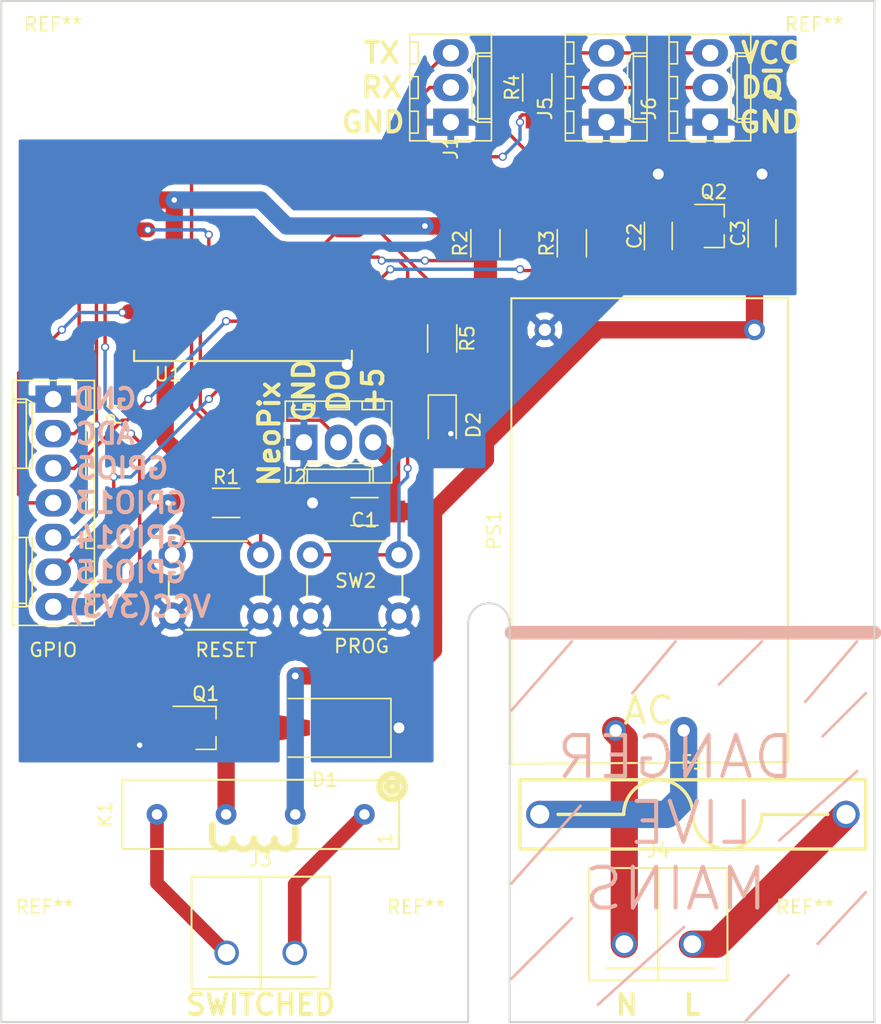
<source format=kicad_pcb>
(kicad_pcb (version 4) (host pcbnew 4.0.4-stable)

  (general
    (links 60)
    (no_connects 0)
    (area 68.504999 60.884999 128.345001 135.965001)
    (thickness 1.6)
    (drawings 46)
    (tracks 229)
    (zones 0)
    (modules 30)
    (nets 24)
  )

  (page A4)
  (layers
    (0 F.Cu signal)
    (31 B.Cu signal)
    (32 B.Adhes user hide)
    (33 F.Adhes user hide)
    (34 B.Paste user hide)
    (35 F.Paste user hide)
    (36 B.SilkS user)
    (37 F.SilkS user)
    (38 B.Mask user hide)
    (39 F.Mask user hide)
    (40 Dwgs.User user hide)
    (41 Cmts.User user hide)
    (42 Eco1.User user hide)
    (43 Eco2.User user hide)
    (44 Edge.Cuts user)
    (45 Margin user hide)
    (46 B.CrtYd user hide)
    (47 F.CrtYd user hide)
    (48 B.Fab user hide)
    (49 F.Fab user hide)
  )

  (setup
    (last_trace_width 0.25)
    (trace_clearance 0.2)
    (zone_clearance 0.508)
    (zone_45_only no)
    (trace_min 0.1524)
    (segment_width 0.2)
    (edge_width 0.15)
    (via_size 0.6)
    (via_drill 0.4)
    (via_min_size 0.4)
    (via_min_drill 0.3)
    (uvia_size 0.3)
    (uvia_drill 0.1)
    (uvias_allowed no)
    (uvia_min_size 0.2)
    (uvia_min_drill 0.1)
    (pcb_text_width 0.3)
    (pcb_text_size 1.5 1.5)
    (mod_edge_width 0.15)
    (mod_text_size 1 1)
    (mod_text_width 0.15)
    (pad_size 3 3)
    (pad_drill 3)
    (pad_to_mask_clearance 0.2)
    (aux_axis_origin 0 0)
    (visible_elements FFFFEF7F)
    (pcbplotparams
      (layerselection 0x010f0_80000001)
      (usegerberextensions true)
      (excludeedgelayer true)
      (linewidth 0.100000)
      (plotframeref false)
      (viasonmask false)
      (mode 1)
      (useauxorigin false)
      (hpglpennumber 1)
      (hpglpenspeed 20)
      (hpglpendiameter 15)
      (hpglpenoverlay 2)
      (psnegative false)
      (psa4output false)
      (plotreference true)
      (plotvalue true)
      (plotinvisibletext false)
      (padsonsilk false)
      (subtractmaskfromsilk false)
      (outputformat 1)
      (mirror false)
      (drillshape 0)
      (scaleselection 1)
      (outputdirectory /Users/timini/Desktop/switcher/))
  )

  (net 0 "")
  (net 1 +5VD)
  (net 2 GND)
  (net 3 VCC)
  (net 4 "Net-(D1-Pad2)")
  (net 5 "Net-(J1-Pad2)")
  (net 6 "Net-(J1-Pad3)")
  (net 7 "Net-(J2-Pad2)")
  (net 8 "Net-(J3-Pad1)")
  (net 9 "Net-(J3-Pad2)")
  (net 10 "Net-(J4-Pad2)")
  (net 11 D~Q)
  (net 12 /ADC)
  (net 13 /GPIO5)
  (net 14 /GPIO13)
  (net 15 /GPIO14)
  (net 16 /GPIO15)
  (net 17 "Net-(Q1-PadG)")
  (net 18 "Net-(R1-Pad1)")
  (net 19 "Net-(R2-Pad1)")
  (net 20 "Net-(R3-Pad1)")
  (net 21 "Net-(D2-Pad1)")
  (net 22 "Net-(F1-Pad1)")
  (net 23 "Net-(F1-Pad2)")

  (net_class Default "This is the default net class."
    (clearance 0.2)
    (trace_width 0.25)
    (via_dia 0.6)
    (via_drill 0.4)
    (uvia_dia 0.3)
    (uvia_drill 0.1)
    (add_net +5VD)
    (add_net /ADC)
    (add_net /GPIO13)
    (add_net /GPIO14)
    (add_net /GPIO15)
    (add_net /GPIO5)
    (add_net D~Q)
    (add_net GND)
    (add_net "Net-(D1-Pad2)")
    (add_net "Net-(D2-Pad1)")
    (add_net "Net-(F1-Pad1)")
    (add_net "Net-(F1-Pad2)")
    (add_net "Net-(J1-Pad2)")
    (add_net "Net-(J1-Pad3)")
    (add_net "Net-(J2-Pad2)")
    (add_net "Net-(J3-Pad1)")
    (add_net "Net-(J3-Pad2)")
    (add_net "Net-(J4-Pad2)")
    (add_net "Net-(Q1-PadG)")
    (add_net "Net-(R1-Pad1)")
    (add_net "Net-(R2-Pad1)")
    (add_net "Net-(R3-Pad1)")
    (add_net VCC)
  )

  (module Mounting_Holes:MountingHole_3mm (layer F.Cu) (tedit 56D1B4CB) (tstamp 58B4A9EE)
    (at 127.635 131.445)
    (descr "Mounting Hole 3mm, no annular")
    (tags "mounting hole 3mm no annular")
    (fp_text reference REF** (at 0 -4) (layer F.SilkS)
      (effects (font (size 1 1) (thickness 0.15)))
    )
    (fp_text value MountingHole_3mm (at 0 4) (layer F.Fab)
      (effects (font (size 1 1) (thickness 0.15)))
    )
    (fp_circle (center 0 0) (end 3 0) (layer Cmts.User) (width 0.15))
    (fp_circle (center 0 0) (end 3.25 0) (layer F.CrtYd) (width 0.05))
    (pad 1 np_thru_hole circle (at 0 0) (size 3 3) (drill 3) (layers *.Cu *.Mask))
  )

  (module Mounting_Holes:MountingHole_3mm (layer F.Cu) (tedit 56D1B4CB) (tstamp 58B35C7D)
    (at 71.755 131.445)
    (descr "Mounting Hole 3mm, no annular")
    (tags "mounting hole 3mm no annular")
    (fp_text reference REF** (at 0 -4) (layer F.SilkS)
      (effects (font (size 1 1) (thickness 0.15)))
    )
    (fp_text value MountingHole_3mm (at 0 4) (layer F.Fab)
      (effects (font (size 1 1) (thickness 0.15)))
    )
    (fp_circle (center 0 0) (end 3 0) (layer Cmts.User) (width 0.15))
    (fp_circle (center 0 0) (end 3.25 0) (layer F.CrtYd) (width 0.05))
    (pad 1 np_thru_hole circle (at 0 0) (size 3 3) (drill 3) (layers *.Cu *.Mask))
  )

  (module Mounting_Holes:MountingHole_3mm (layer F.Cu) (tedit 56D1B4CB) (tstamp 58B35C8C)
    (at 99.06 131.445)
    (descr "Mounting Hole 3mm, no annular")
    (tags "mounting hole 3mm no annular")
    (fp_text reference REF** (at 0 -4) (layer F.SilkS)
      (effects (font (size 1 1) (thickness 0.15)))
    )
    (fp_text value MountingHole_3mm (at 0 4) (layer F.Fab)
      (effects (font (size 1 1) (thickness 0.15)))
    )
    (fp_circle (center 0 0) (end 3 0) (layer Cmts.User) (width 0.15))
    (fp_circle (center 0 0) (end 3.25 0) (layer F.CrtYd) (width 0.05))
    (pad 1 np_thru_hole circle (at 0 0) (size 3 3) (drill 3) (layers *.Cu *.Mask))
  )

  (module Mounting_Holes:MountingHole_3mm (layer F.Cu) (tedit 56D1B4CB) (tstamp 58B35C87)
    (at 128.27 66.675)
    (descr "Mounting Hole 3mm, no annular")
    (tags "mounting hole 3mm no annular")
    (fp_text reference REF** (at 0 -4) (layer F.SilkS)
      (effects (font (size 1 1) (thickness 0.15)))
    )
    (fp_text value MountingHole_3mm (at 0 4) (layer F.Fab)
      (effects (font (size 1 1) (thickness 0.15)))
    )
    (fp_circle (center 0 0) (end 3 0) (layer Cmts.User) (width 0.15))
    (fp_circle (center 0 0) (end 3.25 0) (layer F.CrtYd) (width 0.05))
    (pad 1 np_thru_hole circle (at 0 0) (size 3 3) (drill 3) (layers *.Cu *.Mask))
  )

  (module Mounting_Holes:MountingHole_3mm (layer F.Cu) (tedit 58B35E3A) (tstamp 58B35C82)
    (at 72.39 66.675)
    (descr "Mounting Hole 3mm, no annular")
    (tags "mounting hole 3mm no annular")
    (fp_text reference REF** (at 0 -4) (layer F.SilkS)
      (effects (font (size 1 1) (thickness 0.15)))
    )
    (fp_text value MountingHole_3mm (at 0 4) (layer F.Fab)
      (effects (font (size 1 1) (thickness 0.15)))
    )
    (fp_circle (center 0 0) (end 3 0) (layer Cmts.User) (width 0.15))
    (fp_circle (center 0 0) (end 3.25 0) (layer F.CrtYd) (width 0.05))
    (pad "" np_thru_hole circle (at 0 0) (size 3 3) (drill 3) (layers *.Cu *.Mask))
  )

  (module ESP-12 locked (layer F.Cu) (tedit 58B34EF4) (tstamp 58B20542)
    (at 79.345 71.755)
    (descr "Module, ESP-8266, ESP-12, 16 pad, SMD")
    (tags "Module ESP-8266 ESP8266")
    (path /58A8C0B8)
    (fp_text reference U1 (at 1.5 16.6) (layer F.SilkS)
      (effects (font (size 1 1) (thickness 0.15)))
    )
    (fp_text value ESP-12 (at 6.992 1) (layer F.Fab)
      (effects (font (size 1 1) (thickness 0.15)))
    )
    (fp_line (start -2.25 -0.5) (end -2.25 -8.75) (layer F.CrtYd) (width 0.05))
    (fp_line (start -2.25 -8.75) (end 15.25 -8.75) (layer F.CrtYd) (width 0.05))
    (fp_line (start 15.25 -8.75) (end 16.25 -8.75) (layer F.CrtYd) (width 0.05))
    (fp_line (start 16.25 -8.75) (end 16.25 16) (layer F.CrtYd) (width 0.05))
    (fp_line (start 16.25 16) (end -2.25 16) (layer F.CrtYd) (width 0.05))
    (fp_line (start -2.25 16) (end -2.25 -0.5) (layer F.CrtYd) (width 0.05))
    (fp_line (start -1.016 -8.382) (end 14.986 -8.382) (layer F.CrtYd) (width 0.1524))
    (fp_line (start 14.986 -8.382) (end 14.986 -0.889) (layer F.CrtYd) (width 0.1524))
    (fp_line (start -1.016 -8.382) (end -1.016 -1.016) (layer F.CrtYd) (width 0.1524))
    (fp_line (start -1.016 14.859) (end -1.016 15.621) (layer F.SilkS) (width 0.1524))
    (fp_line (start -1.016 15.621) (end 14.986 15.621) (layer F.SilkS) (width 0.1524))
    (fp_line (start 14.986 15.621) (end 14.986 14.859) (layer F.SilkS) (width 0.1524))
    (fp_line (start 14.992 -8.4) (end -1.008 -2.6) (layer F.CrtYd) (width 0.1524))
    (fp_line (start -1.008 -8.4) (end 14.992 -2.6) (layer F.CrtYd) (width 0.1524))
    (fp_text user "No Copper" (at 6.892 -5.4) (layer F.CrtYd)
      (effects (font (size 1 1) (thickness 0.15)))
    )
    (fp_line (start -1.008 -2.6) (end 14.992 -2.6) (layer F.CrtYd) (width 0.1524))
    (fp_line (start 15 -8.4) (end 15 15.6) (layer F.Fab) (width 0.05))
    (fp_line (start 14.992 15.6) (end -1.008 15.6) (layer F.Fab) (width 0.05))
    (fp_line (start -1.008 15.6) (end -1.008 -8.4) (layer F.Fab) (width 0.05))
    (fp_line (start -1.008 -8.4) (end 14.992 -8.4) (layer F.Fab) (width 0.05))
    (pad 1 smd rect (at 0 0) (size 2.5 1.1) (drill (offset -0.7 0)) (layers F.Cu F.Paste F.Mask)
      (net 18 "Net-(R1-Pad1)"))
    (pad 2 smd oval (at 0 2) (size 2.5 1.1) (drill (offset -0.7 0)) (layers F.Cu F.Paste F.Mask)
      (net 12 /ADC))
    (pad 3 smd oval (at 0 4) (size 2.5 1.1) (drill (offset -0.7 0)) (layers F.Cu F.Paste F.Mask)
      (net 3 VCC))
    (pad 4 smd oval (at 0 6) (size 2.5 1.1) (drill (offset -0.7 0)) (layers F.Cu F.Paste F.Mask)
      (net 7 "Net-(J2-Pad2)"))
    (pad 5 smd oval (at 0 8) (size 2.5 1.1) (drill (offset -0.7 0)) (layers F.Cu F.Paste F.Mask)
      (net 15 /GPIO14))
    (pad 6 smd oval (at 0 10) (size 2.5 1.1) (drill (offset -0.7 0)) (layers F.Cu F.Paste F.Mask)
      (net 17 "Net-(Q1-PadG)"))
    (pad 7 smd oval (at 0 12) (size 2.5 1.1) (drill (offset -0.7 0)) (layers F.Cu F.Paste F.Mask)
      (net 14 /GPIO13))
    (pad 8 smd oval (at 0 14) (size 2.5 1.1) (drill (offset -0.7 0)) (layers F.Cu F.Paste F.Mask)
      (net 3 VCC))
    (pad 9 smd oval (at 14 14) (size 2.5 1.1) (drill (offset 0.7 0)) (layers F.Cu F.Paste F.Mask)
      (net 2 GND))
    (pad 10 smd oval (at 14 12) (size 2.5 1.1) (drill (offset 0.6 0)) (layers F.Cu F.Paste F.Mask)
      (net 16 /GPIO15))
    (pad 11 smd oval (at 14 10) (size 2.5 1.1) (drill (offset 0.7 0)) (layers F.Cu F.Paste F.Mask)
      (net 20 "Net-(R3-Pad1)"))
    (pad 12 smd oval (at 14 8) (size 2.5 1.1) (drill (offset 0.7 0)) (layers F.Cu F.Paste F.Mask)
      (net 19 "Net-(R2-Pad1)"))
    (pad 13 smd oval (at 14 6) (size 2.5 1.1) (drill (offset 0.7 0)) (layers F.Cu F.Paste F.Mask)
      (net 13 /GPIO5))
    (pad 14 smd oval (at 14 4) (size 2.5 1.1) (drill (offset 0.7 0)) (layers F.Cu F.Paste F.Mask)
      (net 11 D~Q))
    (pad 15 smd oval (at 14 2) (size 2.5 1.1) (drill (offset 0.7 0)) (layers F.Cu F.Paste F.Mask)
      (net 5 "Net-(J1-Pad2)"))
    (pad 16 smd oval (at 14 0) (size 2.5 1.1) (drill (offset 0.7 0)) (layers F.Cu F.Paste F.Mask)
      (net 6 "Net-(J1-Pad3)"))
    (model ${ESPLIB}/ESP8266.3dshapes/ESP-12.wrl
      (at (xyz 0 0 0))
      (scale (xyz 0.3937 0.3937 0.3937))
      (rotate (xyz 0 0 0))
    )
  )

  (module Capacitors_SMD:C_1206_HandSoldering (layer F.Cu) (tedit 58B3549E) (tstamp 58B20483)
    (at 95.25 98.425 180)
    (descr "Capacitor SMD 1206, hand soldering")
    (tags "capacitor 1206")
    (path /58AB72CE)
    (attr smd)
    (fp_text reference C1 (at 0 -0.635 180) (layer F.SilkS)
      (effects (font (size 1 1) (thickness 0.15)))
    )
    (fp_text value 33u (at 0 2 180) (layer F.Fab) hide
      (effects (font (size 1 1) (thickness 0.15)))
    )
    (fp_text user %R (at 0 -1.75 180) (layer F.Fab) hide
      (effects (font (size 1 1) (thickness 0.15)))
    )
    (fp_line (start -1.6 0.8) (end -1.6 -0.8) (layer F.Fab) (width 0.1))
    (fp_line (start 1.6 0.8) (end -1.6 0.8) (layer F.Fab) (width 0.1))
    (fp_line (start 1.6 -0.8) (end 1.6 0.8) (layer F.Fab) (width 0.1))
    (fp_line (start -1.6 -0.8) (end 1.6 -0.8) (layer F.Fab) (width 0.1))
    (fp_line (start 1 -1.02) (end -1 -1.02) (layer F.SilkS) (width 0.12))
    (fp_line (start -1 1.02) (end 1 1.02) (layer F.SilkS) (width 0.12))
    (fp_line (start -3.25 -1.05) (end 3.25 -1.05) (layer F.CrtYd) (width 0.05))
    (fp_line (start -3.25 -1.05) (end -3.25 1.05) (layer F.CrtYd) (width 0.05))
    (fp_line (start 3.25 1.05) (end 3.25 -1.05) (layer F.CrtYd) (width 0.05))
    (fp_line (start 3.25 1.05) (end -3.25 1.05) (layer F.CrtYd) (width 0.05))
    (pad 1 smd rect (at -2 0 180) (size 2 1.6) (layers F.Cu F.Paste F.Mask)
      (net 1 +5VD))
    (pad 2 smd rect (at 2 0 180) (size 2 1.6) (layers F.Cu F.Paste F.Mask)
      (net 2 GND))
    (model Capacitors_SMD.3dshapes/C_1206.wrl
      (at (xyz 0 0 0))
      (scale (xyz 1 1 1))
      (rotate (xyz 0 0 0))
    )
  )

  (module Capacitors_SMD:C_1206_HandSoldering (layer F.Cu) (tedit 58AA84D1) (tstamp 58B20489)
    (at 116.84 78.2 90)
    (descr "Capacitor SMD 1206, hand soldering")
    (tags "capacitor 1206")
    (path /58A8D20D)
    (attr smd)
    (fp_text reference C2 (at 0 -1.75 90) (layer F.SilkS)
      (effects (font (size 1 1) (thickness 0.15)))
    )
    (fp_text value 33u (at 0 2 90) (layer F.Fab)
      (effects (font (size 1 1) (thickness 0.15)))
    )
    (fp_text user %R (at 0 -1.75 90) (layer F.Fab)
      (effects (font (size 1 1) (thickness 0.15)))
    )
    (fp_line (start -1.6 0.8) (end -1.6 -0.8) (layer F.Fab) (width 0.1))
    (fp_line (start 1.6 0.8) (end -1.6 0.8) (layer F.Fab) (width 0.1))
    (fp_line (start 1.6 -0.8) (end 1.6 0.8) (layer F.Fab) (width 0.1))
    (fp_line (start -1.6 -0.8) (end 1.6 -0.8) (layer F.Fab) (width 0.1))
    (fp_line (start 1 -1.02) (end -1 -1.02) (layer F.SilkS) (width 0.12))
    (fp_line (start -1 1.02) (end 1 1.02) (layer F.SilkS) (width 0.12))
    (fp_line (start -3.25 -1.05) (end 3.25 -1.05) (layer F.CrtYd) (width 0.05))
    (fp_line (start -3.25 -1.05) (end -3.25 1.05) (layer F.CrtYd) (width 0.05))
    (fp_line (start 3.25 1.05) (end 3.25 -1.05) (layer F.CrtYd) (width 0.05))
    (fp_line (start 3.25 1.05) (end -3.25 1.05) (layer F.CrtYd) (width 0.05))
    (pad 1 smd rect (at -2 0 90) (size 2 1.6) (layers F.Cu F.Paste F.Mask)
      (net 3 VCC))
    (pad 2 smd rect (at 2 0 90) (size 2 1.6) (layers F.Cu F.Paste F.Mask)
      (net 2 GND))
    (model Capacitors_SMD.3dshapes/C_1206.wrl
      (at (xyz 0 0 0))
      (scale (xyz 1 1 1))
      (rotate (xyz 0 0 0))
    )
  )

  (module Capacitors_SMD:C_1206_HandSoldering (layer F.Cu) (tedit 58AA84D1) (tstamp 58B2048F)
    (at 124.46 78.01 90)
    (descr "Capacitor SMD 1206, hand soldering")
    (tags "capacitor 1206")
    (path /58A8D1D2)
    (attr smd)
    (fp_text reference C3 (at 0 -1.75 90) (layer F.SilkS)
      (effects (font (size 1 1) (thickness 0.15)))
    )
    (fp_text value 33u (at 0 2 90) (layer F.Fab)
      (effects (font (size 1 1) (thickness 0.15)))
    )
    (fp_text user %R (at 0 -1.75 90) (layer F.Fab)
      (effects (font (size 1 1) (thickness 0.15)))
    )
    (fp_line (start -1.6 0.8) (end -1.6 -0.8) (layer F.Fab) (width 0.1))
    (fp_line (start 1.6 0.8) (end -1.6 0.8) (layer F.Fab) (width 0.1))
    (fp_line (start 1.6 -0.8) (end 1.6 0.8) (layer F.Fab) (width 0.1))
    (fp_line (start -1.6 -0.8) (end 1.6 -0.8) (layer F.Fab) (width 0.1))
    (fp_line (start 1 -1.02) (end -1 -1.02) (layer F.SilkS) (width 0.12))
    (fp_line (start -1 1.02) (end 1 1.02) (layer F.SilkS) (width 0.12))
    (fp_line (start -3.25 -1.05) (end 3.25 -1.05) (layer F.CrtYd) (width 0.05))
    (fp_line (start -3.25 -1.05) (end -3.25 1.05) (layer F.CrtYd) (width 0.05))
    (fp_line (start 3.25 1.05) (end 3.25 -1.05) (layer F.CrtYd) (width 0.05))
    (fp_line (start 3.25 1.05) (end -3.25 1.05) (layer F.CrtYd) (width 0.05))
    (pad 1 smd rect (at -2 0 90) (size 2 1.6) (layers F.Cu F.Paste F.Mask)
      (net 1 +5VD))
    (pad 2 smd rect (at 2 0 90) (size 2 1.6) (layers F.Cu F.Paste F.Mask)
      (net 2 GND))
    (model Capacitors_SMD.3dshapes/C_1206.wrl
      (at (xyz 0 0 0))
      (scale (xyz 1 1 1))
      (rotate (xyz 0 0 0))
    )
  )

  (module Diodes_SMD:D_SMA-SMB_Universal_Handsoldering (layer F.Cu) (tedit 5864381A) (tstamp 58B20495)
    (at 92.35 114.3 180)
    (descr "Diode, Universal, SMA, SMB, Handsoldering,")
    (tags "Diode Universal SMA SMB Handsoldering ")
    (path /58AB9A3D)
    (attr smd)
    (fp_text reference D1 (at 0 -3.81 180) (layer F.SilkS)
      (effects (font (size 1 1) (thickness 0.15)))
    )
    (fp_text value 1N4001 (at 0 3.81 180) (layer F.Fab)
      (effects (font (size 1 1) (thickness 0.15)))
    )
    (fp_line (start -4.85 -2.15) (end -4.85 2.15) (layer F.SilkS) (width 0.12))
    (fp_line (start 2.3 2) (end -2.3 2) (layer F.Fab) (width 0.1))
    (fp_line (start -2.3 2) (end -2.3 -2) (layer F.Fab) (width 0.1))
    (fp_line (start 2.3 -2) (end 2.3 2) (layer F.Fab) (width 0.1))
    (fp_line (start 2.3 -2) (end -2.3 -2) (layer F.Fab) (width 0.1))
    (fp_line (start 2.3 1.5) (end -2.3 1.5) (layer F.Fab) (width 0.1))
    (fp_line (start -2.3 1.5) (end -2.3 -1.5) (layer F.Fab) (width 0.1))
    (fp_line (start 2.3 -1.5) (end 2.3 1.5) (layer F.Fab) (width 0.1))
    (fp_line (start 2.3 -1.5) (end -2.3 -1.5) (layer F.Fab) (width 0.1))
    (fp_line (start -4.95 -2.25) (end 4.95 -2.25) (layer F.CrtYd) (width 0.05))
    (fp_line (start 4.95 -2.25) (end 4.95 2.25) (layer F.CrtYd) (width 0.05))
    (fp_line (start 4.95 2.25) (end -4.95 2.25) (layer F.CrtYd) (width 0.05))
    (fp_line (start -4.95 2.25) (end -4.95 -2.25) (layer F.CrtYd) (width 0.05))
    (fp_line (start -0.64944 0.00102) (end -1.55114 0.00102) (layer F.Fab) (width 0.1))
    (fp_line (start 0.50118 0.00102) (end 1.4994 0.00102) (layer F.Fab) (width 0.1))
    (fp_line (start -0.64944 -0.79908) (end -0.64944 0.80112) (layer F.Fab) (width 0.1))
    (fp_line (start 0.50118 0.75032) (end 0.50118 -0.79908) (layer F.Fab) (width 0.1))
    (fp_line (start -0.64944 0.00102) (end 0.50118 0.75032) (layer F.Fab) (width 0.1))
    (fp_line (start -0.64944 0.00102) (end 0.50118 -0.79908) (layer F.Fab) (width 0.1))
    (fp_line (start -4.85 2.15) (end 2.7 2.15) (layer F.SilkS) (width 0.12))
    (fp_line (start -4.85 -2.15) (end 2.7 -2.15) (layer F.SilkS) (width 0.12))
    (pad 1 smd trapezoid (at -2.9 0 180) (size 3.6 1.7) (rect_delta 0.6 0 ) (layers F.Cu F.Paste F.Mask)
      (net 2 GND))
    (pad 2 smd trapezoid (at 2.9 0) (size 3.6 1.7) (rect_delta 0.6 0 ) (layers F.Cu F.Paste F.Mask)
      (net 4 "Net-(D1-Pad2)"))
    (model Diodes_SMD.3dshapes/D_SMA-SMB_Universal_Handsoldering.wrl
      (at (xyz 0 0 0))
      (scale (xyz 0.3937 0.3937 0.3937))
      (rotate (xyz 0 0 180))
    )
  )

  (module Connectors_Molex:Molex_KK-6410-03_03x2.54mm_Straight (layer F.Cu) (tedit 56C6219D) (tstamp 58B2049C)
    (at 101.6 69.85 90)
    (descr "Connector Headers with Friction Lock, 22-27-2031, http://www.molex.com/pdm_docs/sd/022272021_sd.pdf")
    (tags "connector molex kk_6410 22-27-2031")
    (path /58A8C722)
    (fp_text reference J1 (at -1.905 0 90) (layer F.SilkS)
      (effects (font (size 1 1) (thickness 0.15)))
    )
    (fp_text value SERIAL (at 2.54 4.5 90) (layer F.Fab)
      (effects (font (size 1 1) (thickness 0.15)))
    )
    (fp_line (start -1.37 -3.02) (end -1.37 2.98) (layer F.SilkS) (width 0.12))
    (fp_line (start -1.37 2.98) (end 6.45 2.98) (layer F.SilkS) (width 0.12))
    (fp_line (start 6.45 2.98) (end 6.45 -3.02) (layer F.SilkS) (width 0.12))
    (fp_line (start 6.45 -3.02) (end -1.37 -3.02) (layer F.SilkS) (width 0.12))
    (fp_line (start 0 2.98) (end 0 1.98) (layer F.SilkS) (width 0.12))
    (fp_line (start 0 1.98) (end 5.08 1.98) (layer F.SilkS) (width 0.12))
    (fp_line (start 5.08 1.98) (end 5.08 2.98) (layer F.SilkS) (width 0.12))
    (fp_line (start 0 1.98) (end 0.25 1.55) (layer F.SilkS) (width 0.12))
    (fp_line (start 0.25 1.55) (end 4.83 1.55) (layer F.SilkS) (width 0.12))
    (fp_line (start 4.83 1.55) (end 5.08 1.98) (layer F.SilkS) (width 0.12))
    (fp_line (start 0.25 2.98) (end 0.25 1.98) (layer F.SilkS) (width 0.12))
    (fp_line (start 4.83 2.98) (end 4.83 1.98) (layer F.SilkS) (width 0.12))
    (fp_line (start -0.8 -3.02) (end -0.8 -2.4) (layer F.SilkS) (width 0.12))
    (fp_line (start -0.8 -2.4) (end 0.8 -2.4) (layer F.SilkS) (width 0.12))
    (fp_line (start 0.8 -2.4) (end 0.8 -3.02) (layer F.SilkS) (width 0.12))
    (fp_line (start 1.74 -3.02) (end 1.74 -2.4) (layer F.SilkS) (width 0.12))
    (fp_line (start 1.74 -2.4) (end 3.34 -2.4) (layer F.SilkS) (width 0.12))
    (fp_line (start 3.34 -2.4) (end 3.34 -3.02) (layer F.SilkS) (width 0.12))
    (fp_line (start 4.28 -3.02) (end 4.28 -2.4) (layer F.SilkS) (width 0.12))
    (fp_line (start 4.28 -2.4) (end 5.88 -2.4) (layer F.SilkS) (width 0.12))
    (fp_line (start 5.88 -2.4) (end 5.88 -3.02) (layer F.SilkS) (width 0.12))
    (fp_line (start -1.9 3.5) (end -1.9 -3.55) (layer F.CrtYd) (width 0.05))
    (fp_line (start -1.9 -3.55) (end 7 -3.55) (layer F.CrtYd) (width 0.05))
    (fp_line (start 7 -3.55) (end 7 3.5) (layer F.CrtYd) (width 0.05))
    (fp_line (start 7 3.5) (end -1.9 3.5) (layer F.CrtYd) (width 0.05))
    (pad 1 thru_hole rect (at 0 0 90) (size 2 2.6) (drill 1.2) (layers *.Cu *.Mask)
      (net 2 GND))
    (pad 2 thru_hole oval (at 2.54 0 90) (size 2 2.6) (drill 1.2) (layers *.Cu *.Mask)
      (net 5 "Net-(J1-Pad2)"))
    (pad 3 thru_hole oval (at 5.08 0 90) (size 2 2.6) (drill 1.2) (layers *.Cu *.Mask)
      (net 6 "Net-(J1-Pad3)"))
  )

  (module Connectors_Molex:Molex_KK-6410-03_03x2.54mm_Straight (layer F.Cu) (tedit 56C6219D) (tstamp 58B204A3)
    (at 90.805 93.345)
    (descr "Connector Headers with Friction Lock, 22-27-2031, http://www.molex.com/pdm_docs/sd/022272021_sd.pdf")
    (tags "connector molex kk_6410 22-27-2031")
    (path /58AB6630)
    (fp_text reference J2 (at -0.635 2.54) (layer F.SilkS)
      (effects (font (size 1 1) (thickness 0.15)))
    )
    (fp_text value LED_STRIP (at 2.54 -3.81) (layer F.Fab)
      (effects (font (size 1 1) (thickness 0.15)))
    )
    (fp_line (start -1.37 -3.02) (end -1.37 2.98) (layer F.SilkS) (width 0.12))
    (fp_line (start -1.37 2.98) (end 6.45 2.98) (layer F.SilkS) (width 0.12))
    (fp_line (start 6.45 2.98) (end 6.45 -3.02) (layer F.SilkS) (width 0.12))
    (fp_line (start 6.45 -3.02) (end -1.37 -3.02) (layer F.SilkS) (width 0.12))
    (fp_line (start 0 2.98) (end 0 1.98) (layer F.SilkS) (width 0.12))
    (fp_line (start 0 1.98) (end 5.08 1.98) (layer F.SilkS) (width 0.12))
    (fp_line (start 5.08 1.98) (end 5.08 2.98) (layer F.SilkS) (width 0.12))
    (fp_line (start 0 1.98) (end 0.25 1.55) (layer F.SilkS) (width 0.12))
    (fp_line (start 0.25 1.55) (end 4.83 1.55) (layer F.SilkS) (width 0.12))
    (fp_line (start 4.83 1.55) (end 5.08 1.98) (layer F.SilkS) (width 0.12))
    (fp_line (start 0.25 2.98) (end 0.25 1.98) (layer F.SilkS) (width 0.12))
    (fp_line (start 4.83 2.98) (end 4.83 1.98) (layer F.SilkS) (width 0.12))
    (fp_line (start -0.8 -3.02) (end -0.8 -2.4) (layer F.SilkS) (width 0.12))
    (fp_line (start -0.8 -2.4) (end 0.8 -2.4) (layer F.SilkS) (width 0.12))
    (fp_line (start 0.8 -2.4) (end 0.8 -3.02) (layer F.SilkS) (width 0.12))
    (fp_line (start 1.74 -3.02) (end 1.74 -2.4) (layer F.SilkS) (width 0.12))
    (fp_line (start 1.74 -2.4) (end 3.34 -2.4) (layer F.SilkS) (width 0.12))
    (fp_line (start 3.34 -2.4) (end 3.34 -3.02) (layer F.SilkS) (width 0.12))
    (fp_line (start 4.28 -3.02) (end 4.28 -2.4) (layer F.SilkS) (width 0.12))
    (fp_line (start 4.28 -2.4) (end 5.88 -2.4) (layer F.SilkS) (width 0.12))
    (fp_line (start 5.88 -2.4) (end 5.88 -3.02) (layer F.SilkS) (width 0.12))
    (fp_line (start -1.9 3.5) (end -1.9 -3.55) (layer F.CrtYd) (width 0.05))
    (fp_line (start -1.9 -3.55) (end 7 -3.55) (layer F.CrtYd) (width 0.05))
    (fp_line (start 7 -3.55) (end 7 3.5) (layer F.CrtYd) (width 0.05))
    (fp_line (start 7 3.5) (end -1.9 3.5) (layer F.CrtYd) (width 0.05))
    (pad 1 thru_hole rect (at 0 0) (size 2 2.6) (drill 1.2) (layers *.Cu *.Mask)
      (net 2 GND))
    (pad 2 thru_hole oval (at 2.54 0) (size 2 2.6) (drill 1.2) (layers *.Cu *.Mask)
      (net 7 "Net-(J2-Pad2)"))
    (pad 3 thru_hole oval (at 5.08 0) (size 2 2.6) (drill 1.2) (layers *.Cu *.Mask)
      (net 1 +5VD))
  )

  (module TJS:PhoenixContact_PT1,5-2-5.0-V (layer F.Cu) (tedit 58B1F403) (tstamp 58B204B0)
    (at 87.63 130.81 180)
    (path /58A8FD35)
    (fp_text reference J3 (at 0 6.858 180) (layer F.SilkS)
      (effects (font (size 1 1) (thickness 0.15)))
    )
    (fp_text value SWITCHING (at 0 -3.81 180) (layer F.Fab)
      (effects (font (size 1 1) (thickness 0.15)))
    )
    (fp_line (start -4.064 -1.778) (end 3.81 -1.778) (layer F.SilkS) (width 0.15))
    (fp_line (start 0 -2.54) (end 0 5.461) (layer F.SilkS) (width 0.15))
    (fp_line (start -5.08 -0.127) (end -5.08 5.588) (layer F.SilkS) (width 0.15))
    (fp_line (start -5.08 -2.667) (end -5.08 -0.127) (layer F.SilkS) (width 0.15))
    (fp_line (start 5.08 -2.667) (end -5.08 -2.667) (layer F.SilkS) (width 0.15))
    (fp_line (start 5.08 5.588) (end 5.08 -2.667) (layer F.SilkS) (width 0.15))
    (fp_line (start -4.953 5.588) (end 5.08 5.588) (layer F.SilkS) (width 0.15))
    (pad 1 thru_hole circle (at -2.5 0 180) (size 1.8 1.8) (drill 1.3) (layers *.Cu *.Mask)
      (net 8 "Net-(J3-Pad1)"))
    (pad 2 thru_hole circle (at 2.5 0 180) (size 1.8 1.8) (drill 1.3) (layers *.Cu *.Mask)
      (net 9 "Net-(J3-Pad2)"))
  )

  (module TJS:PhoenixContact_PT1,5-2-5.0-V (layer F.Cu) (tedit 58B1F403) (tstamp 58B204BD)
    (at 116.84 130.175 180)
    (path /58A8DAD6)
    (fp_text reference J4 (at 0 6.858 180) (layer F.SilkS)
      (effects (font (size 1 1) (thickness 0.15)))
    )
    (fp_text value MAINS_IN (at 0 -3.81 180) (layer F.Fab)
      (effects (font (size 1 1) (thickness 0.15)))
    )
    (fp_line (start -4.064 -1.778) (end 3.81 -1.778) (layer F.SilkS) (width 0.15))
    (fp_line (start 0 -2.54) (end 0 5.461) (layer F.SilkS) (width 0.15))
    (fp_line (start -5.08 -0.127) (end -5.08 5.588) (layer F.SilkS) (width 0.15))
    (fp_line (start -5.08 -2.667) (end -5.08 -0.127) (layer F.SilkS) (width 0.15))
    (fp_line (start 5.08 -2.667) (end -5.08 -2.667) (layer F.SilkS) (width 0.15))
    (fp_line (start 5.08 5.588) (end 5.08 -2.667) (layer F.SilkS) (width 0.15))
    (fp_line (start -4.953 5.588) (end 5.08 5.588) (layer F.SilkS) (width 0.15))
    (pad 1 thru_hole circle (at -2.5 0 180) (size 1.8 1.8) (drill 1.3) (layers *.Cu *.Mask)
      (net 22 "Net-(F1-Pad1)"))
    (pad 2 thru_hole circle (at 2.5 0 180) (size 1.8 1.8) (drill 1.3) (layers *.Cu *.Mask)
      (net 10 "Net-(J4-Pad2)"))
  )

  (module Connectors_Molex:Molex_KK-6410-03_03x2.54mm_Straight (layer F.Cu) (tedit 56C6219D) (tstamp 58B204C4)
    (at 113.03 69.85 90)
    (descr "Connector Headers with Friction Lock, 22-27-2031, http://www.molex.com/pdm_docs/sd/022272021_sd.pdf")
    (tags "connector molex kk_6410 22-27-2031")
    (path /58AE05D4)
    (fp_text reference J5 (at 1 -4.5 90) (layer F.SilkS)
      (effects (font (size 1 1) (thickness 0.15)))
    )
    (fp_text value TEMP_SEN1 (at 2.54 4.5 90) (layer F.Fab)
      (effects (font (size 1 1) (thickness 0.15)))
    )
    (fp_line (start -1.37 -3.02) (end -1.37 2.98) (layer F.SilkS) (width 0.12))
    (fp_line (start -1.37 2.98) (end 6.45 2.98) (layer F.SilkS) (width 0.12))
    (fp_line (start 6.45 2.98) (end 6.45 -3.02) (layer F.SilkS) (width 0.12))
    (fp_line (start 6.45 -3.02) (end -1.37 -3.02) (layer F.SilkS) (width 0.12))
    (fp_line (start 0 2.98) (end 0 1.98) (layer F.SilkS) (width 0.12))
    (fp_line (start 0 1.98) (end 5.08 1.98) (layer F.SilkS) (width 0.12))
    (fp_line (start 5.08 1.98) (end 5.08 2.98) (layer F.SilkS) (width 0.12))
    (fp_line (start 0 1.98) (end 0.25 1.55) (layer F.SilkS) (width 0.12))
    (fp_line (start 0.25 1.55) (end 4.83 1.55) (layer F.SilkS) (width 0.12))
    (fp_line (start 4.83 1.55) (end 5.08 1.98) (layer F.SilkS) (width 0.12))
    (fp_line (start 0.25 2.98) (end 0.25 1.98) (layer F.SilkS) (width 0.12))
    (fp_line (start 4.83 2.98) (end 4.83 1.98) (layer F.SilkS) (width 0.12))
    (fp_line (start -0.8 -3.02) (end -0.8 -2.4) (layer F.SilkS) (width 0.12))
    (fp_line (start -0.8 -2.4) (end 0.8 -2.4) (layer F.SilkS) (width 0.12))
    (fp_line (start 0.8 -2.4) (end 0.8 -3.02) (layer F.SilkS) (width 0.12))
    (fp_line (start 1.74 -3.02) (end 1.74 -2.4) (layer F.SilkS) (width 0.12))
    (fp_line (start 1.74 -2.4) (end 3.34 -2.4) (layer F.SilkS) (width 0.12))
    (fp_line (start 3.34 -2.4) (end 3.34 -3.02) (layer F.SilkS) (width 0.12))
    (fp_line (start 4.28 -3.02) (end 4.28 -2.4) (layer F.SilkS) (width 0.12))
    (fp_line (start 4.28 -2.4) (end 5.88 -2.4) (layer F.SilkS) (width 0.12))
    (fp_line (start 5.88 -2.4) (end 5.88 -3.02) (layer F.SilkS) (width 0.12))
    (fp_line (start -1.9 3.5) (end -1.9 -3.55) (layer F.CrtYd) (width 0.05))
    (fp_line (start -1.9 -3.55) (end 7 -3.55) (layer F.CrtYd) (width 0.05))
    (fp_line (start 7 -3.55) (end 7 3.5) (layer F.CrtYd) (width 0.05))
    (fp_line (start 7 3.5) (end -1.9 3.5) (layer F.CrtYd) (width 0.05))
    (pad 1 thru_hole rect (at 0 0 90) (size 2 2.6) (drill 1.2) (layers *.Cu *.Mask)
      (net 2 GND))
    (pad 2 thru_hole oval (at 2.54 0 90) (size 2 2.6) (drill 1.2) (layers *.Cu *.Mask)
      (net 11 D~Q))
    (pad 3 thru_hole oval (at 5.08 0 90) (size 2 2.6) (drill 1.2) (layers *.Cu *.Mask)
      (net 3 VCC))
  )

  (module Connectors_Molex:Molex_KK-6410-03_03x2.54mm_Straight (layer F.Cu) (tedit 56C6219D) (tstamp 58B204CB)
    (at 120.65 69.85 90)
    (descr "Connector Headers with Friction Lock, 22-27-2031, http://www.molex.com/pdm_docs/sd/022272021_sd.pdf")
    (tags "connector molex kk_6410 22-27-2031")
    (path /58AE0681)
    (fp_text reference J6 (at 1 -4.5 90) (layer F.SilkS)
      (effects (font (size 1 1) (thickness 0.15)))
    )
    (fp_text value TEMP_SEN2 (at 2.54 4.5 90) (layer F.Fab)
      (effects (font (size 1 1) (thickness 0.15)))
    )
    (fp_line (start -1.37 -3.02) (end -1.37 2.98) (layer F.SilkS) (width 0.12))
    (fp_line (start -1.37 2.98) (end 6.45 2.98) (layer F.SilkS) (width 0.12))
    (fp_line (start 6.45 2.98) (end 6.45 -3.02) (layer F.SilkS) (width 0.12))
    (fp_line (start 6.45 -3.02) (end -1.37 -3.02) (layer F.SilkS) (width 0.12))
    (fp_line (start 0 2.98) (end 0 1.98) (layer F.SilkS) (width 0.12))
    (fp_line (start 0 1.98) (end 5.08 1.98) (layer F.SilkS) (width 0.12))
    (fp_line (start 5.08 1.98) (end 5.08 2.98) (layer F.SilkS) (width 0.12))
    (fp_line (start 0 1.98) (end 0.25 1.55) (layer F.SilkS) (width 0.12))
    (fp_line (start 0.25 1.55) (end 4.83 1.55) (layer F.SilkS) (width 0.12))
    (fp_line (start 4.83 1.55) (end 5.08 1.98) (layer F.SilkS) (width 0.12))
    (fp_line (start 0.25 2.98) (end 0.25 1.98) (layer F.SilkS) (width 0.12))
    (fp_line (start 4.83 2.98) (end 4.83 1.98) (layer F.SilkS) (width 0.12))
    (fp_line (start -0.8 -3.02) (end -0.8 -2.4) (layer F.SilkS) (width 0.12))
    (fp_line (start -0.8 -2.4) (end 0.8 -2.4) (layer F.SilkS) (width 0.12))
    (fp_line (start 0.8 -2.4) (end 0.8 -3.02) (layer F.SilkS) (width 0.12))
    (fp_line (start 1.74 -3.02) (end 1.74 -2.4) (layer F.SilkS) (width 0.12))
    (fp_line (start 1.74 -2.4) (end 3.34 -2.4) (layer F.SilkS) (width 0.12))
    (fp_line (start 3.34 -2.4) (end 3.34 -3.02) (layer F.SilkS) (width 0.12))
    (fp_line (start 4.28 -3.02) (end 4.28 -2.4) (layer F.SilkS) (width 0.12))
    (fp_line (start 4.28 -2.4) (end 5.88 -2.4) (layer F.SilkS) (width 0.12))
    (fp_line (start 5.88 -2.4) (end 5.88 -3.02) (layer F.SilkS) (width 0.12))
    (fp_line (start -1.9 3.5) (end -1.9 -3.55) (layer F.CrtYd) (width 0.05))
    (fp_line (start -1.9 -3.55) (end 7 -3.55) (layer F.CrtYd) (width 0.05))
    (fp_line (start 7 -3.55) (end 7 3.5) (layer F.CrtYd) (width 0.05))
    (fp_line (start 7 3.5) (end -1.9 3.5) (layer F.CrtYd) (width 0.05))
    (pad 1 thru_hole rect (at 0 0 90) (size 2 2.6) (drill 1.2) (layers *.Cu *.Mask)
      (net 2 GND))
    (pad 2 thru_hole oval (at 2.54 0 90) (size 2 2.6) (drill 1.2) (layers *.Cu *.Mask)
      (net 11 D~Q))
    (pad 3 thru_hole oval (at 5.08 0 90) (size 2 2.6) (drill 1.2) (layers *.Cu *.Mask)
      (net 3 VCC))
  )

  (module TJS:COTO_SIP_ReedRelay-9007-05-00 (layer F.Cu) (tedit 58B1FB3A) (tstamp 58B204E0)
    (at 87.63 120.65 270)
    (path /58A8F8C7)
    (fp_text reference K1 (at 0 11.43 270) (layer F.SilkS)
      (effects (font (size 1 1) (thickness 0.15)))
    )
    (fp_text value Relay (at 3.81 0.254 360) (layer F.Fab)
      (effects (font (size 1 1) (thickness 0.15)))
    )
    (fp_line (start 1.778 3.556) (end 0.762 3.556) (layer F.SilkS) (width 0.5))
    (fp_line (start 1.778 -2.54) (end 1.016 -2.54) (layer F.SilkS) (width 0.5))
    (fp_arc (start 1.778 2.794) (end 1.778 2.032) (angle 180) (layer F.SilkS) (width 0.5))
    (fp_arc (start 1.778 1.27) (end 1.778 0.508) (angle 180) (layer F.SilkS) (width 0.5))
    (fp_arc (start 1.778 -0.254) (end 1.778 -1.016) (angle 180) (layer F.SilkS) (width 0.5))
    (fp_arc (start 1.778 -1.778) (end 1.778 -2.54) (angle 180) (layer F.SilkS) (width 0.5))
    (fp_text user 1 (at 1.778 -9.144 270) (layer F.SilkS)
      (effects (font (size 1 1) (thickness 0.15)))
    )
    (fp_circle (center -2.032 -9.652) (end -1.778 -9.398) (layer F.SilkS) (width 0.5))
    (fp_circle (center -2.032 -9.652) (end -1.524 -8.89) (layer F.SilkS) (width 0.5))
    (fp_line (start -2.54 10.16) (end -2.54 -10.16) (layer F.SilkS) (width 0.15))
    (fp_line (start 2.54 10.16) (end -2.54 10.16) (layer F.SilkS) (width 0.15))
    (fp_line (start 2.54 -10.16) (end 2.54 10.16) (layer F.SilkS) (width 0.15))
    (fp_line (start -2.54 -10.16) (end 2.54 -10.16) (layer F.SilkS) (width 0.15))
    (pad 1 thru_hole circle (at 0 -7.62 270) (size 1.524 1.524) (drill 0.762) (layers *.Cu *.Mask)
      (net 8 "Net-(J3-Pad1)"))
    (pad 2 thru_hole circle (at 0 -2.54 270) (size 1.524 1.524) (drill 0.762) (layers *.Cu *.Mask)
      (net 1 +5VD))
    (pad 3 thru_hole circle (at 0 2.54 270) (size 1.524 1.524) (drill 0.762) (layers *.Cu *.Mask)
      (net 4 "Net-(D1-Pad2)"))
    (pad 4 thru_hole circle (at 0 7.62 270) (size 1.524 1.524) (drill 0.762) (layers *.Cu *.Mask)
      (net 9 "Net-(J3-Pad2)"))
  )

  (module Connectors_Molex:Molex_KK-6410-07_07x2.54mm_Straight (layer F.Cu) (tedit 58B3592F) (tstamp 58B204EB)
    (at 72.39 90.17 270)
    (descr "Connector Headers with Friction Lock, 22-27-2071, http://www.molex.com/pdm_docs/sd/022272021_sd.pdf")
    (tags "connector molex kk_6410 22-27-2071")
    (path /58AE1CE6)
    (fp_text reference P1 (at 1 -4.5 270) (layer F.SilkS)
      (effects (font (size 1 1) (thickness 0.15)))
    )
    (fp_text value GPIO (at 18.415 0 360) (layer F.SilkS)
      (effects (font (size 1 1) (thickness 0.15)))
    )
    (fp_line (start -1.37 -3.02) (end -1.37 2.98) (layer F.SilkS) (width 0.12))
    (fp_line (start -1.37 2.98) (end 16.61 2.98) (layer F.SilkS) (width 0.12))
    (fp_line (start 16.61 2.98) (end 16.61 -3.02) (layer F.SilkS) (width 0.12))
    (fp_line (start 16.61 -3.02) (end -1.37 -3.02) (layer F.SilkS) (width 0.12))
    (fp_line (start 0 2.98) (end 0 1.98) (layer F.SilkS) (width 0.12))
    (fp_line (start 0 1.98) (end 5.08 1.98) (layer F.SilkS) (width 0.12))
    (fp_line (start 5.08 1.98) (end 5.08 2.98) (layer F.SilkS) (width 0.12))
    (fp_line (start 0 1.98) (end 0.25 1.55) (layer F.SilkS) (width 0.12))
    (fp_line (start 0.25 1.55) (end 5.08 1.55) (layer F.SilkS) (width 0.12))
    (fp_line (start 5.08 1.55) (end 5.08 1.98) (layer F.SilkS) (width 0.12))
    (fp_line (start 0.25 2.98) (end 0.25 1.98) (layer F.SilkS) (width 0.12))
    (fp_line (start 15.24 2.98) (end 15.24 1.98) (layer F.SilkS) (width 0.12))
    (fp_line (start 15.24 1.98) (end 10.16 1.98) (layer F.SilkS) (width 0.12))
    (fp_line (start 10.16 1.98) (end 10.16 2.98) (layer F.SilkS) (width 0.12))
    (fp_line (start 15.24 1.98) (end 14.99 1.55) (layer F.SilkS) (width 0.12))
    (fp_line (start 14.99 1.55) (end 10.16 1.55) (layer F.SilkS) (width 0.12))
    (fp_line (start 10.16 1.55) (end 10.16 1.98) (layer F.SilkS) (width 0.12))
    (fp_line (start 14.99 2.98) (end 14.99 1.98) (layer F.SilkS) (width 0.12))
    (fp_line (start -0.8 -3.02) (end -0.8 -2.4) (layer F.SilkS) (width 0.12))
    (fp_line (start -0.8 -2.4) (end 0.8 -2.4) (layer F.SilkS) (width 0.12))
    (fp_line (start 0.8 -2.4) (end 0.8 -3.02) (layer F.SilkS) (width 0.12))
    (fp_line (start 1.74 -3.02) (end 1.74 -2.4) (layer F.SilkS) (width 0.12))
    (fp_line (start 1.74 -2.4) (end 3.34 -2.4) (layer F.SilkS) (width 0.12))
    (fp_line (start 3.34 -2.4) (end 3.34 -3.02) (layer F.SilkS) (width 0.12))
    (fp_line (start 4.28 -3.02) (end 4.28 -2.4) (layer F.SilkS) (width 0.12))
    (fp_line (start 4.28 -2.4) (end 5.88 -2.4) (layer F.SilkS) (width 0.12))
    (fp_line (start 5.88 -2.4) (end 5.88 -3.02) (layer F.SilkS) (width 0.12))
    (fp_line (start 6.82 -3.02) (end 6.82 -2.4) (layer F.SilkS) (width 0.12))
    (fp_line (start 6.82 -2.4) (end 8.42 -2.4) (layer F.SilkS) (width 0.12))
    (fp_line (start 8.42 -2.4) (end 8.42 -3.02) (layer F.SilkS) (width 0.12))
    (fp_line (start 9.36 -3.02) (end 9.36 -2.4) (layer F.SilkS) (width 0.12))
    (fp_line (start 9.36 -2.4) (end 10.96 -2.4) (layer F.SilkS) (width 0.12))
    (fp_line (start 10.96 -2.4) (end 10.96 -3.02) (layer F.SilkS) (width 0.12))
    (fp_line (start 11.9 -3.02) (end 11.9 -2.4) (layer F.SilkS) (width 0.12))
    (fp_line (start 11.9 -2.4) (end 13.5 -2.4) (layer F.SilkS) (width 0.12))
    (fp_line (start 13.5 -2.4) (end 13.5 -3.02) (layer F.SilkS) (width 0.12))
    (fp_line (start 14.44 -3.02) (end 14.44 -2.4) (layer F.SilkS) (width 0.12))
    (fp_line (start 14.44 -2.4) (end 16.04 -2.4) (layer F.SilkS) (width 0.12))
    (fp_line (start 16.04 -2.4) (end 16.04 -3.02) (layer F.SilkS) (width 0.12))
    (fp_line (start -1.9 3.5) (end -1.9 -3.55) (layer F.CrtYd) (width 0.05))
    (fp_line (start -1.9 -3.55) (end 17.15 -3.55) (layer F.CrtYd) (width 0.05))
    (fp_line (start 17.15 -3.55) (end 17.15 3.5) (layer F.CrtYd) (width 0.05))
    (fp_line (start 17.15 3.5) (end -1.9 3.5) (layer F.CrtYd) (width 0.05))
    (pad 1 thru_hole rect (at 0 0 270) (size 2 2.6) (drill 1.2) (layers *.Cu *.Mask)
      (net 2 GND))
    (pad 2 thru_hole oval (at 2.54 0 270) (size 2 2.6) (drill 1.2) (layers *.Cu *.Mask)
      (net 12 /ADC))
    (pad 3 thru_hole oval (at 5.08 0 270) (size 2 2.6) (drill 1.2) (layers *.Cu *.Mask)
      (net 13 /GPIO5))
    (pad 4 thru_hole oval (at 7.62 0 270) (size 2 2.6) (drill 1.2) (layers *.Cu *.Mask)
      (net 14 /GPIO13))
    (pad 5 thru_hole oval (at 10.16 0 270) (size 2 2.6) (drill 1.2) (layers *.Cu *.Mask)
      (net 15 /GPIO14))
    (pad 6 thru_hole oval (at 12.7 0 270) (size 2 2.6) (drill 1.2) (layers *.Cu *.Mask)
      (net 16 /GPIO15))
    (pad 7 thru_hole oval (at 15.24 0 270) (size 2 2.6) (drill 1.2) (layers *.Cu *.Mask)
      (net 3 VCC))
  )

  (module TJS:HLK-P0X (layer F.Cu) (tedit 58B35935) (tstamp 58B204F8)
    (at 116.205 99.79 90)
    (path /58A8D8E8)
    (fp_text reference PS1 (at 0 -11.43 90) (layer F.SilkS)
      (effects (font (size 1 1) (thickness 0.15)))
    )
    (fp_text value Hitek5v (at -0.127 -1.016 90) (layer F.Fab)
      (effects (font (size 1 1) (thickness 0.15)))
    )
    (fp_text user AC (at -13.24 -0.08 180) (layer F.SilkS)
      (effects (font (size 2 2) (thickness 0.25)))
    )
    (fp_line (start -17.018 10.16) (end -17.145 -10.16) (layer F.SilkS) (width 0.15))
    (fp_line (start 17.018 10.16) (end -17.018 10.16) (layer F.SilkS) (width 0.15))
    (fp_line (start 17.018 -10.16) (end 17.018 10.16) (layer F.SilkS) (width 0.15))
    (fp_line (start -17.018 -10.16) (end 17.018 -10.16) (layer F.SilkS) (width 0.15))
    (pad 1 thru_hole circle (at -14.7 -2.5 90) (size 1.524 1.524) (drill 0.9) (layers *.Cu *.Mask)
      (net 10 "Net-(J4-Pad2)"))
    (pad 2 thru_hole circle (at -14.7 2.5 90) (size 1.524 1.524) (drill 0.9) (layers *.Cu *.Mask)
      (net 23 "Net-(F1-Pad2)"))
    (pad 3 thru_hole circle (at 14.7 -7.7 90) (size 1.524 1.524) (drill 0.9) (layers *.Cu *.Mask)
      (net 2 GND))
    (pad 4 thru_hole circle (at 14.7 7.7 90) (size 1.524 1.524) (drill 0.9) (layers *.Cu *.Mask)
      (net 1 +5VD))
  )

  (module TJS:SOT-23_Handsoldering (layer F.Cu) (tedit 58B20364) (tstamp 58B204FF)
    (at 83.59 114.3)
    (descr "SOT-23, Handsoldering")
    (tags SOT-23)
    (path /58A8B8DB)
    (fp_text reference Q1 (at 0 -2.5) (layer F.SilkS)
      (effects (font (size 1 1) (thickness 0.15)))
    )
    (fp_text value MOSFET_N (at 0 2.5) (layer F.Fab)
      (effects (font (size 1 1) (thickness 0.15)))
    )
    (fp_line (start 0.76 1.58) (end 0.76 0.65) (layer F.SilkS) (width 0.12))
    (fp_line (start 0.76 -1.58) (end 0.76 -0.65) (layer F.SilkS) (width 0.12))
    (fp_line (start -2.7 -1.75) (end 2.7 -1.75) (layer F.CrtYd) (width 0.05))
    (fp_line (start 2.7 -1.75) (end 2.7 1.75) (layer F.CrtYd) (width 0.05))
    (fp_line (start 2.7 1.75) (end -2.7 1.75) (layer F.CrtYd) (width 0.05))
    (fp_line (start -2.7 1.75) (end -2.7 -1.75) (layer F.CrtYd) (width 0.05))
    (fp_line (start 0.76 -1.58) (end -2.4 -1.58) (layer F.SilkS) (width 0.12))
    (fp_line (start -0.7 -0.95) (end -0.7 1.5) (layer F.Fab) (width 0.1))
    (fp_line (start -0.15 -1.52) (end 0.7 -1.52) (layer F.Fab) (width 0.1))
    (fp_line (start -0.7 -0.95) (end -0.15 -1.52) (layer F.Fab) (width 0.1))
    (fp_line (start 0.7 -1.52) (end 0.7 1.52) (layer F.Fab) (width 0.1))
    (fp_line (start -0.7 1.52) (end 0.7 1.52) (layer F.Fab) (width 0.1))
    (fp_line (start 0.76 1.58) (end -0.7 1.58) (layer F.SilkS) (width 0.12))
    (pad G smd rect (at -1.5 -0.95) (size 1.9 0.8) (layers F.Cu F.Paste F.Mask)
      (net 17 "Net-(Q1-PadG)"))
    (pad S smd rect (at -1.5 0.95) (size 1.9 0.8) (layers F.Cu F.Paste F.Mask)
      (net 2 GND))
    (pad D smd rect (at 1.5 0) (size 1.9 0.8) (layers F.Cu F.Paste F.Mask)
      (net 4 "Net-(D1-Pad2)"))
    (model TO_SOT_Packages_SMD.3dshapes\SOT-23_Handsoldering.wrl
      (at (xyz 0 0 0))
      (scale (xyz 1 1 1))
      (rotate (xyz 0 0 90))
    )
  )

  (module TO_SOT_Packages_SMD:SOT-23 (layer F.Cu) (tedit 5883B105) (tstamp 58B20506)
    (at 120.92 77.47)
    (descr "SOT-23, Standard")
    (tags SOT-23)
    (path /58A8C28F)
    (attr smd)
    (fp_text reference Q2 (at 0 -2.5) (layer F.SilkS)
      (effects (font (size 1 1) (thickness 0.15)))
    )
    (fp_text value MCP1700T-3302E/TT (at 0 -3.81) (layer F.Fab)
      (effects (font (size 1 1) (thickness 0.15)))
    )
    (fp_line (start -0.7 -0.95) (end -0.7 1.5) (layer F.Fab) (width 0.1))
    (fp_line (start -0.15 -1.52) (end 0.7 -1.52) (layer F.Fab) (width 0.1))
    (fp_line (start -0.7 -0.95) (end -0.15 -1.52) (layer F.Fab) (width 0.1))
    (fp_line (start 0.7 -1.52) (end 0.7 1.52) (layer F.Fab) (width 0.1))
    (fp_line (start -0.7 1.52) (end 0.7 1.52) (layer F.Fab) (width 0.1))
    (fp_line (start 0.76 1.58) (end 0.76 0.65) (layer F.SilkS) (width 0.12))
    (fp_line (start 0.76 -1.58) (end 0.76 -0.65) (layer F.SilkS) (width 0.12))
    (fp_line (start -1.7 -1.75) (end 1.7 -1.75) (layer F.CrtYd) (width 0.05))
    (fp_line (start 1.7 -1.75) (end 1.7 1.75) (layer F.CrtYd) (width 0.05))
    (fp_line (start 1.7 1.75) (end -1.7 1.75) (layer F.CrtYd) (width 0.05))
    (fp_line (start -1.7 1.75) (end -1.7 -1.75) (layer F.CrtYd) (width 0.05))
    (fp_line (start 0.76 -1.58) (end -1.4 -1.58) (layer F.SilkS) (width 0.12))
    (fp_line (start 0.76 1.58) (end -0.7 1.58) (layer F.SilkS) (width 0.12))
    (pad 1 smd rect (at -1 -0.95) (size 0.9 0.8) (layers F.Cu F.Paste F.Mask)
      (net 2 GND))
    (pad 2 smd rect (at -1 0.95) (size 0.9 0.8) (layers F.Cu F.Paste F.Mask)
      (net 3 VCC))
    (pad 3 smd rect (at 1 0) (size 0.9 0.8) (layers F.Cu F.Paste F.Mask)
      (net 1 +5VD))
    (model TO_SOT_Packages_SMD.3dshapes/SOT-23.wrl
      (at (xyz 0 0 0))
      (scale (xyz 1 1 1))
      (rotate (xyz 0 0 90))
    )
  )

  (module Resistors_SMD:R_1206_HandSoldering (layer F.Cu) (tedit 58B35496) (tstamp 58B2050C)
    (at 85.09 97.79 180)
    (descr "Resistor SMD 1206, hand soldering")
    (tags "resistor 1206")
    (path /58AB7F46)
    (attr smd)
    (fp_text reference R1 (at 0 1.905 180) (layer F.SilkS)
      (effects (font (size 1 1) (thickness 0.15)))
    )
    (fp_text value 10k (at 0 1.9 180) (layer F.Fab) hide
      (effects (font (size 1 1) (thickness 0.15)))
    )
    (fp_text user %R (at 0 -1.85 180) (layer F.Fab)
      (effects (font (size 1 1) (thickness 0.15)))
    )
    (fp_line (start -1.6 0.8) (end -1.6 -0.8) (layer F.Fab) (width 0.1))
    (fp_line (start 1.6 0.8) (end -1.6 0.8) (layer F.Fab) (width 0.1))
    (fp_line (start 1.6 -0.8) (end 1.6 0.8) (layer F.Fab) (width 0.1))
    (fp_line (start -1.6 -0.8) (end 1.6 -0.8) (layer F.Fab) (width 0.1))
    (fp_line (start 1 1.07) (end -1 1.07) (layer F.SilkS) (width 0.12))
    (fp_line (start -1 -1.07) (end 1 -1.07) (layer F.SilkS) (width 0.12))
    (fp_line (start -3.25 -1.11) (end 3.25 -1.11) (layer F.CrtYd) (width 0.05))
    (fp_line (start -3.25 -1.11) (end -3.25 1.1) (layer F.CrtYd) (width 0.05))
    (fp_line (start 3.25 1.1) (end 3.25 -1.11) (layer F.CrtYd) (width 0.05))
    (fp_line (start 3.25 1.1) (end -3.25 1.1) (layer F.CrtYd) (width 0.05))
    (pad 1 smd rect (at -2 0 180) (size 2 1.7) (layers F.Cu F.Paste F.Mask)
      (net 18 "Net-(R1-Pad1)"))
    (pad 2 smd rect (at 2 0 180) (size 2 1.7) (layers F.Cu F.Paste F.Mask)
      (net 3 VCC))
    (model Resistors_SMD.3dshapes/R_1206.wrl
      (at (xyz 0 0 0))
      (scale (xyz 1 1 1))
      (rotate (xyz 0 0 0))
    )
  )

  (module Resistors_SMD:R_1206_HandSoldering (layer F.Cu) (tedit 58AADA36) (tstamp 58B20512)
    (at 104.14 78.74 90)
    (descr "Resistor SMD 1206, hand soldering")
    (tags "resistor 1206")
    (path /58A8E9BD)
    (attr smd)
    (fp_text reference R2 (at 0 -1.85 90) (layer F.SilkS)
      (effects (font (size 1 1) (thickness 0.15)))
    )
    (fp_text value 10k (at 0 1.9 90) (layer F.Fab)
      (effects (font (size 1 1) (thickness 0.15)))
    )
    (fp_text user %R (at 0 -1.85 90) (layer F.Fab)
      (effects (font (size 1 1) (thickness 0.15)))
    )
    (fp_line (start -1.6 0.8) (end -1.6 -0.8) (layer F.Fab) (width 0.1))
    (fp_line (start 1.6 0.8) (end -1.6 0.8) (layer F.Fab) (width 0.1))
    (fp_line (start 1.6 -0.8) (end 1.6 0.8) (layer F.Fab) (width 0.1))
    (fp_line (start -1.6 -0.8) (end 1.6 -0.8) (layer F.Fab) (width 0.1))
    (fp_line (start 1 1.07) (end -1 1.07) (layer F.SilkS) (width 0.12))
    (fp_line (start -1 -1.07) (end 1 -1.07) (layer F.SilkS) (width 0.12))
    (fp_line (start -3.25 -1.11) (end 3.25 -1.11) (layer F.CrtYd) (width 0.05))
    (fp_line (start -3.25 -1.11) (end -3.25 1.1) (layer F.CrtYd) (width 0.05))
    (fp_line (start 3.25 1.1) (end 3.25 -1.11) (layer F.CrtYd) (width 0.05))
    (fp_line (start 3.25 1.1) (end -3.25 1.1) (layer F.CrtYd) (width 0.05))
    (pad 1 smd rect (at -2 0 90) (size 2 1.7) (layers F.Cu F.Paste F.Mask)
      (net 19 "Net-(R2-Pad1)"))
    (pad 2 smd rect (at 2 0 90) (size 2 1.7) (layers F.Cu F.Paste F.Mask)
      (net 3 VCC))
    (model Resistors_SMD.3dshapes/R_1206.wrl
      (at (xyz 0 0 0))
      (scale (xyz 1 1 1))
      (rotate (xyz 0 0 0))
    )
  )

  (module Resistors_SMD:R_1206_HandSoldering (layer F.Cu) (tedit 58AADA36) (tstamp 58B20518)
    (at 110.49 78.74 90)
    (descr "Resistor SMD 1206, hand soldering")
    (tags "resistor 1206")
    (path /58ABC6B1)
    (attr smd)
    (fp_text reference R3 (at 0 -1.85 90) (layer F.SilkS)
      (effects (font (size 1 1) (thickness 0.15)))
    )
    (fp_text value 10k (at 0 1.9 90) (layer F.Fab)
      (effects (font (size 1 1) (thickness 0.15)))
    )
    (fp_text user %R (at 0 -1.85 90) (layer F.Fab)
      (effects (font (size 1 1) (thickness 0.15)))
    )
    (fp_line (start -1.6 0.8) (end -1.6 -0.8) (layer F.Fab) (width 0.1))
    (fp_line (start 1.6 0.8) (end -1.6 0.8) (layer F.Fab) (width 0.1))
    (fp_line (start 1.6 -0.8) (end 1.6 0.8) (layer F.Fab) (width 0.1))
    (fp_line (start -1.6 -0.8) (end 1.6 -0.8) (layer F.Fab) (width 0.1))
    (fp_line (start 1 1.07) (end -1 1.07) (layer F.SilkS) (width 0.12))
    (fp_line (start -1 -1.07) (end 1 -1.07) (layer F.SilkS) (width 0.12))
    (fp_line (start -3.25 -1.11) (end 3.25 -1.11) (layer F.CrtYd) (width 0.05))
    (fp_line (start -3.25 -1.11) (end -3.25 1.1) (layer F.CrtYd) (width 0.05))
    (fp_line (start 3.25 1.1) (end 3.25 -1.11) (layer F.CrtYd) (width 0.05))
    (fp_line (start 3.25 1.1) (end -3.25 1.1) (layer F.CrtYd) (width 0.05))
    (pad 1 smd rect (at -2 0 90) (size 2 1.7) (layers F.Cu F.Paste F.Mask)
      (net 20 "Net-(R3-Pad1)"))
    (pad 2 smd rect (at 2 0 90) (size 2 1.7) (layers F.Cu F.Paste F.Mask)
      (net 3 VCC))
    (model Resistors_SMD.3dshapes/R_1206.wrl
      (at (xyz 0 0 0))
      (scale (xyz 1 1 1))
      (rotate (xyz 0 0 0))
    )
  )

  (module Resistors_SMD:R_1206_HandSoldering (layer F.Cu) (tedit 58AADA36) (tstamp 58B2051E)
    (at 107.95 67.31 90)
    (descr "Resistor SMD 1206, hand soldering")
    (tags "resistor 1206")
    (path /58A8CE1D)
    (attr smd)
    (fp_text reference R4 (at 0 -1.85 90) (layer F.SilkS)
      (effects (font (size 1 1) (thickness 0.15)))
    )
    (fp_text value 10k (at 0 1.9 90) (layer F.Fab)
      (effects (font (size 1 1) (thickness 0.15)))
    )
    (fp_text user %R (at 0 -1.85 90) (layer F.Fab)
      (effects (font (size 1 1) (thickness 0.15)))
    )
    (fp_line (start -1.6 0.8) (end -1.6 -0.8) (layer F.Fab) (width 0.1))
    (fp_line (start 1.6 0.8) (end -1.6 0.8) (layer F.Fab) (width 0.1))
    (fp_line (start 1.6 -0.8) (end 1.6 0.8) (layer F.Fab) (width 0.1))
    (fp_line (start -1.6 -0.8) (end 1.6 -0.8) (layer F.Fab) (width 0.1))
    (fp_line (start 1 1.07) (end -1 1.07) (layer F.SilkS) (width 0.12))
    (fp_line (start -1 -1.07) (end 1 -1.07) (layer F.SilkS) (width 0.12))
    (fp_line (start -3.25 -1.11) (end 3.25 -1.11) (layer F.CrtYd) (width 0.05))
    (fp_line (start -3.25 -1.11) (end -3.25 1.1) (layer F.CrtYd) (width 0.05))
    (fp_line (start 3.25 1.1) (end 3.25 -1.11) (layer F.CrtYd) (width 0.05))
    (fp_line (start 3.25 1.1) (end -3.25 1.1) (layer F.CrtYd) (width 0.05))
    (pad 1 smd rect (at -2 0 90) (size 2 1.7) (layers F.Cu F.Paste F.Mask)
      (net 11 D~Q))
    (pad 2 smd rect (at 2 0 90) (size 2 1.7) (layers F.Cu F.Paste F.Mask)
      (net 3 VCC))
    (model Resistors_SMD.3dshapes/R_1206.wrl
      (at (xyz 0 0 0))
      (scale (xyz 1 1 1))
      (rotate (xyz 0 0 0))
    )
  )

  (module Buttons_Switches_ThroughHole:SW_PUSH_6mm (layer F.Cu) (tedit 58B35490) (tstamp 58B20526)
    (at 81.13 101.6)
    (descr https://www.omron.com/ecb/products/pdf/en-b3f.pdf)
    (tags "tact sw push 6mm")
    (path /58AB7F40)
    (fp_text reference SW1 (at 3.25 2.54) (layer F.SilkS) hide
      (effects (font (size 1 1) (thickness 0.15)))
    )
    (fp_text value RESET (at 3.96 6.985) (layer F.SilkS)
      (effects (font (size 1 1) (thickness 0.15)))
    )
    (fp_line (start 3.25 -0.75) (end 6.25 -0.75) (layer F.Fab) (width 0.1))
    (fp_line (start 6.25 -0.75) (end 6.25 5.25) (layer F.Fab) (width 0.1))
    (fp_line (start 6.25 5.25) (end 0.25 5.25) (layer F.Fab) (width 0.1))
    (fp_line (start 0.25 5.25) (end 0.25 -0.75) (layer F.Fab) (width 0.1))
    (fp_line (start 0.25 -0.75) (end 3.25 -0.75) (layer F.Fab) (width 0.1))
    (fp_line (start 7.75 6) (end 8 6) (layer F.CrtYd) (width 0.05))
    (fp_line (start 8 6) (end 8 5.75) (layer F.CrtYd) (width 0.05))
    (fp_line (start 7.75 -1.5) (end 8 -1.5) (layer F.CrtYd) (width 0.05))
    (fp_line (start 8 -1.5) (end 8 -1.25) (layer F.CrtYd) (width 0.05))
    (fp_line (start -1.5 -1.25) (end -1.5 -1.5) (layer F.CrtYd) (width 0.05))
    (fp_line (start -1.5 -1.5) (end -1.25 -1.5) (layer F.CrtYd) (width 0.05))
    (fp_line (start -1.5 5.75) (end -1.5 6) (layer F.CrtYd) (width 0.05))
    (fp_line (start -1.5 6) (end -1.25 6) (layer F.CrtYd) (width 0.05))
    (fp_line (start -1.25 -1.5) (end 7.75 -1.5) (layer F.CrtYd) (width 0.05))
    (fp_line (start -1.5 5.75) (end -1.5 -1.25) (layer F.CrtYd) (width 0.05))
    (fp_line (start 7.75 6) (end -1.25 6) (layer F.CrtYd) (width 0.05))
    (fp_line (start 8 -1.25) (end 8 5.75) (layer F.CrtYd) (width 0.05))
    (fp_line (start 1 5.5) (end 5.5 5.5) (layer F.SilkS) (width 0.15))
    (fp_line (start -0.25 1.5) (end -0.25 3) (layer F.SilkS) (width 0.15))
    (fp_line (start 5.5 -1) (end 1 -1) (layer F.SilkS) (width 0.15))
    (fp_line (start 6.75 3) (end 6.75 1.5) (layer F.SilkS) (width 0.15))
    (fp_circle (center 3.25 2.25) (end 1.25 2.5) (layer F.Fab) (width 0.1))
    (pad 2 thru_hole circle (at 0 4.5 90) (size 2 2) (drill 1.1) (layers *.Cu *.Mask)
      (net 2 GND))
    (pad 1 thru_hole circle (at 0 0 90) (size 2 2) (drill 1.1) (layers *.Cu *.Mask)
      (net 18 "Net-(R1-Pad1)"))
    (pad 2 thru_hole circle (at 6.5 4.5 90) (size 2 2) (drill 1.1) (layers *.Cu *.Mask)
      (net 2 GND))
    (pad 1 thru_hole circle (at 6.5 0 90) (size 2 2) (drill 1.1) (layers *.Cu *.Mask)
      (net 18 "Net-(R1-Pad1)"))
    (model Buttons_Switches_THT.3dshapes/SW_PUSH_6mm.wrl
      (at (xyz 0.005 0 0))
      (scale (xyz 0.3937 0.3937 0.3937))
      (rotate (xyz 0 0 0))
    )
  )

  (module Buttons_Switches_ThroughHole:SW_PUSH_6mm (layer F.Cu) (tedit 58B35489) (tstamp 58B2052E)
    (at 91.29 101.6)
    (descr https://www.omron.com/ecb/products/pdf/en-b3f.pdf)
    (tags "tact sw push 6mm")
    (path /58A8E35D)
    (fp_text reference SW2 (at 3.325 1.905) (layer F.SilkS)
      (effects (font (size 1 1) (thickness 0.15)))
    )
    (fp_text value PROG (at 3.75 6.7) (layer F.SilkS)
      (effects (font (size 1 1) (thickness 0.15)))
    )
    (fp_line (start 3.25 -0.75) (end 6.25 -0.75) (layer F.Fab) (width 0.1))
    (fp_line (start 6.25 -0.75) (end 6.25 5.25) (layer F.Fab) (width 0.1))
    (fp_line (start 6.25 5.25) (end 0.25 5.25) (layer F.Fab) (width 0.1))
    (fp_line (start 0.25 5.25) (end 0.25 -0.75) (layer F.Fab) (width 0.1))
    (fp_line (start 0.25 -0.75) (end 3.25 -0.75) (layer F.Fab) (width 0.1))
    (fp_line (start 7.75 6) (end 8 6) (layer F.CrtYd) (width 0.05))
    (fp_line (start 8 6) (end 8 5.75) (layer F.CrtYd) (width 0.05))
    (fp_line (start 7.75 -1.5) (end 8 -1.5) (layer F.CrtYd) (width 0.05))
    (fp_line (start 8 -1.5) (end 8 -1.25) (layer F.CrtYd) (width 0.05))
    (fp_line (start -1.5 -1.25) (end -1.5 -1.5) (layer F.CrtYd) (width 0.05))
    (fp_line (start -1.5 -1.5) (end -1.25 -1.5) (layer F.CrtYd) (width 0.05))
    (fp_line (start -1.5 5.75) (end -1.5 6) (layer F.CrtYd) (width 0.05))
    (fp_line (start -1.5 6) (end -1.25 6) (layer F.CrtYd) (width 0.05))
    (fp_line (start -1.25 -1.5) (end 7.75 -1.5) (layer F.CrtYd) (width 0.05))
    (fp_line (start -1.5 5.75) (end -1.5 -1.25) (layer F.CrtYd) (width 0.05))
    (fp_line (start 7.75 6) (end -1.25 6) (layer F.CrtYd) (width 0.05))
    (fp_line (start 8 -1.25) (end 8 5.75) (layer F.CrtYd) (width 0.05))
    (fp_line (start 1 5.5) (end 5.5 5.5) (layer F.SilkS) (width 0.15))
    (fp_line (start -0.25 1.5) (end -0.25 3) (layer F.SilkS) (width 0.15))
    (fp_line (start 5.5 -1) (end 1 -1) (layer F.SilkS) (width 0.15))
    (fp_line (start 6.75 3) (end 6.75 1.5) (layer F.SilkS) (width 0.15))
    (fp_circle (center 3.25 2.25) (end 1.25 2.5) (layer F.Fab) (width 0.1))
    (pad 2 thru_hole circle (at 0 4.5 90) (size 2 2) (drill 1.1) (layers *.Cu *.Mask)
      (net 2 GND))
    (pad 1 thru_hole circle (at 0 0 90) (size 2 2) (drill 1.1) (layers *.Cu *.Mask)
      (net 19 "Net-(R2-Pad1)"))
    (pad 2 thru_hole circle (at 6.5 4.5 90) (size 2 2) (drill 1.1) (layers *.Cu *.Mask)
      (net 2 GND))
    (pad 1 thru_hole circle (at 6.5 0 90) (size 2 2) (drill 1.1) (layers *.Cu *.Mask)
      (net 19 "Net-(R2-Pad1)"))
    (model Buttons_Switches_THT.3dshapes/SW_PUSH_6mm.wrl
      (at (xyz 0.005 0 0))
      (scale (xyz 0.3937 0.3937 0.3937))
      (rotate (xyz 0 0 0))
    )
  )

  (module Diodes_SMD:D_1206 (layer F.Cu) (tedit 587F7EF9) (tstamp 58B3454D)
    (at 100.965 92.075 270)
    (descr "Diode SMD 1206, reflow soldering")
    (tags "Diode 1206")
    (path /58B348D4)
    (attr smd)
    (fp_text reference D2 (at 0 -2.3 270) (layer F.SilkS)
      (effects (font (size 1 1) (thickness 0.15)))
    )
    (fp_text value LED (at 0 1.905 270) (layer F.Fab)
      (effects (font (size 1 1) (thickness 0.15)))
    )
    (fp_line (start -0.254 -0.254) (end -0.254 0.254) (layer F.Fab) (width 0.1))
    (fp_line (start 0.127 0) (end 0.381 0) (layer F.Fab) (width 0.1))
    (fp_line (start -0.254 0) (end -0.508 0) (layer F.Fab) (width 0.1))
    (fp_line (start 0.127 0.254) (end -0.254 0) (layer F.Fab) (width 0.1))
    (fp_line (start 0.127 -0.254) (end 0.127 0.254) (layer F.Fab) (width 0.1))
    (fp_line (start -0.254 0) (end 0.127 -0.254) (layer F.Fab) (width 0.1))
    (fp_line (start -2.2 -1.016) (end -2.2 1.016) (layer F.SilkS) (width 0.12))
    (fp_line (start -1.6 0.8) (end -1.6 -0.8) (layer F.Fab) (width 0.1))
    (fp_line (start 1.6 0.8) (end -1.6 0.8) (layer F.Fab) (width 0.1))
    (fp_line (start 1.6 -0.8) (end 1.6 0.8) (layer F.Fab) (width 0.1))
    (fp_line (start -1.6 -0.8) (end 1.6 -0.8) (layer F.Fab) (width 0.1))
    (fp_line (start -2.3 -1.15) (end 2.3 -1.15) (layer F.CrtYd) (width 0.05))
    (fp_line (start -2.3 1.15) (end 2.3 1.15) (layer F.CrtYd) (width 0.05))
    (fp_line (start -2.3 -1.15) (end -2.3 1.15) (layer F.CrtYd) (width 0.05))
    (fp_line (start 2.3 -1.15) (end 2.3 1.15) (layer F.CrtYd) (width 0.05))
    (fp_line (start 1 -1.025) (end -2.2 -1.025) (layer F.SilkS) (width 0.12))
    (fp_line (start -2.2 1.025) (end 1 1.025) (layer F.SilkS) (width 0.12))
    (pad 1 smd rect (at -1.5 0 270) (size 1 1.6) (layers F.Cu F.Paste F.Mask)
      (net 21 "Net-(D2-Pad1)"))
    (pad 2 smd rect (at 1.5 0 270) (size 1 1.6) (layers F.Cu F.Paste F.Mask)
      (net 2 GND))
  )

  (module Resistors_SMD:R_1206_HandSoldering (layer F.Cu) (tedit 58AADA36) (tstamp 58B34553)
    (at 100.965 85.725 270)
    (descr "Resistor SMD 1206, hand soldering")
    (tags "resistor 1206")
    (path /58B34B20)
    (attr smd)
    (fp_text reference R5 (at 0 -1.85 270) (layer F.SilkS)
      (effects (font (size 1 1) (thickness 0.15)))
    )
    (fp_text value 100R (at 0 1.9 270) (layer F.Fab)
      (effects (font (size 1 1) (thickness 0.15)))
    )
    (fp_text user %R (at 0 -1.85 270) (layer F.Fab)
      (effects (font (size 1 1) (thickness 0.15)))
    )
    (fp_line (start -1.6 0.8) (end -1.6 -0.8) (layer F.Fab) (width 0.1))
    (fp_line (start 1.6 0.8) (end -1.6 0.8) (layer F.Fab) (width 0.1))
    (fp_line (start 1.6 -0.8) (end 1.6 0.8) (layer F.Fab) (width 0.1))
    (fp_line (start -1.6 -0.8) (end 1.6 -0.8) (layer F.Fab) (width 0.1))
    (fp_line (start 1 1.07) (end -1 1.07) (layer F.SilkS) (width 0.12))
    (fp_line (start -1 -1.07) (end 1 -1.07) (layer F.SilkS) (width 0.12))
    (fp_line (start -3.25 -1.11) (end 3.25 -1.11) (layer F.CrtYd) (width 0.05))
    (fp_line (start -3.25 -1.11) (end -3.25 1.1) (layer F.CrtYd) (width 0.05))
    (fp_line (start 3.25 1.1) (end 3.25 -1.11) (layer F.CrtYd) (width 0.05))
    (fp_line (start 3.25 1.1) (end -3.25 1.1) (layer F.CrtYd) (width 0.05))
    (pad 1 smd rect (at -2 0 270) (size 2 1.7) (layers F.Cu F.Paste F.Mask)
      (net 13 /GPIO5))
    (pad 2 smd rect (at 2 0 270) (size 2 1.7) (layers F.Cu F.Paste F.Mask)
      (net 21 "Net-(D2-Pad1)"))
    (model Resistors_SMD.3dshapes/R_1206.wrl
      (at (xyz 0 0 0))
      (scale (xyz 1 1 1))
      (rotate (xyz 0 0 0))
    )
  )

  (module "TJS:Schurter_Fuseholder(20x5mm)0031.8211" (layer F.Cu) (tedit 58B4A7EA) (tstamp 58B4A9AA)
    (at 119.38 120.65 180)
    (path /58B4A8B2)
    (fp_text reference F1 (at 0 3.81 180) (layer F.SilkS)
      (effects (font (size 1 1) (thickness 0.15)))
    )
    (fp_text value FUSE (at 0 -3.81 180) (layer F.Fab)
      (effects (font (size 1 1) (thickness 0.15)))
    )
    (fp_arc (start 2.54 0) (end 5.08 0) (angle 180) (layer F.SilkS) (width 0.25))
    (fp_arc (start -2.54 0) (end -5.08 0) (angle 180) (layer F.SilkS) (width 0.25))
    (fp_line (start 9.906 0) (end 5.08 0) (layer F.SilkS) (width 0.25))
    (fp_line (start -9.906 0) (end -5.08 0) (layer F.SilkS) (width 0.25))
    (fp_line (start -12.7 2.54) (end -12.7 -2.54) (layer F.SilkS) (width 0.25))
    (fp_line (start 12.7 2.54) (end -12.7 2.54) (layer F.SilkS) (width 0.25))
    (fp_line (start 12.7 -2.54) (end 12.7 2.54) (layer F.SilkS) (width 0.25))
    (fp_line (start -12.7 -2.54) (end 12.7 -2.54) (layer F.SilkS) (width 0.25))
    (pad 1 thru_hole circle (at -11.25 0 180) (size 2 2) (drill 1.4) (layers *.Cu *.Mask)
      (net 22 "Net-(F1-Pad1)"))
    (pad 2 thru_hole circle (at 11.25 0 180) (size 2 2) (drill 1.4) (layers *.Cu *.Mask)
      (net 23 "Net-(F1-Pad2)"))
  )

  (gr_line (start 123.19 135.89) (end 132.08 126.365) (layer B.SilkS) (width 0.2))
  (gr_line (start 112.395 134.62) (end 118.745 128.905) (layer B.SilkS) (width 0.2))
  (gr_line (start 106.045 132.715) (end 110.49 128.27) (layer B.SilkS) (width 0.2))
  (gr_line (start 111.125 120.015) (end 106.045 125.73) (layer B.SilkS) (width 0.2))
  (gr_line (start 132.08 111.76) (end 128.905 114.935) (layer B.SilkS) (width 0.2))
  (gr_line (start 131.445 117.475) (end 125.73 122.555) (layer B.SilkS) (width 0.2))
  (gr_line (start 131.445 107.95) (end 127.635 112.395) (layer B.SilkS) (width 0.2))
  (gr_line (start 124.46 107.95) (end 121.285 111.125) (layer B.SilkS) (width 0.2))
  (gr_line (start 118.11 107.95) (end 114.935 111.76) (layer B.SilkS) (width 0.2))
  (gr_line (start 110.49 107.95) (end 106.045 113.03) (layer B.SilkS) (width 0.2))
  (gr_text "DANGER\nLIVE \nMAINS" (at 118.11 121.285) (layer B.SilkS)
    (effects (font (size 3 3) (thickness 0.3)) (justify mirror))
  )
  (gr_line (start 106.045 107.315) (end 132.715 107.315) (layer B.SilkS) (width 1))
  (gr_line (start 128.27 135.89) (end 132.715 135.89) (layer Edge.Cuts) (width 0.15))
  (gr_line (start 128.27 60.96) (end 132.715 60.96) (layer Edge.Cuts) (width 0.15))
  (gr_text GND (at 90.805 89.535 90) (layer F.SilkS)
    (effects (font (size 1.5 1.5) (thickness 0.3)))
  )
  (gr_text DO (at 93.345 89.535 90) (layer F.SilkS)
    (effects (font (size 1.5 1.5) (thickness 0.3)))
  )
  (gr_text +5 (at 95.885 89.535 90) (layer F.SilkS)
    (effects (font (size 1.5 1.5) (thickness 0.3)))
  )
  (gr_text NeoPix (at 88.265 92.71 90) (layer F.SilkS)
    (effects (font (size 1.5 1.5) (thickness 0.3)))
  )
  (gr_text SWITCHED (at 87.63 134.62) (layer F.SilkS)
    (effects (font (size 1.5 1.5) (thickness 0.3)))
  )
  (gr_text "N   L\n" (at 116.84 134.62) (layer F.SilkS)
    (effects (font (size 1.5 1.5) (thickness 0.3)))
  )
  (gr_text GND (at 125.095 69.85) (layer F.SilkS)
    (effects (font (size 1.5 1.5) (thickness 0.3)))
  )
  (gr_text D~Q (at 124.46 67.31) (layer F.SilkS)
    (effects (font (size 1.5 1.5) (thickness 0.3)))
  )
  (gr_text VCC (at 125.095 64.77) (layer F.SilkS)
    (effects (font (size 1.5 1.5) (thickness 0.3)))
  )
  (gr_text GND (at 95.885 69.85) (layer F.SilkS)
    (effects (font (size 1.5 1.5) (thickness 0.3)))
  )
  (gr_text RX (at 96.52 67.31) (layer F.SilkS)
    (effects (font (size 1.5 1.5) (thickness 0.3)))
  )
  (gr_text TX (at 96.52 64.77) (layer F.SilkS)
    (effects (font (size 1.5 1.5) (thickness 0.3)))
  )
  (gr_text GND (at 76.2 90.17) (layer B.SilkS)
    (effects (font (size 1.5 1.5) (thickness 0.3)) (justify mirror))
  )
  (gr_text "VCC(3V3)" (at 78.74 105.41) (layer B.SilkS)
    (effects (font (size 1.5 1.5) (thickness 0.3)) (justify mirror))
  )
  (gr_text GPIO15 (at 78.105 102.87) (layer B.SilkS)
    (effects (font (size 1.5 1.5) (thickness 0.3)) (justify mirror))
  )
  (gr_text "GPIO14\n" (at 78.105 100.33) (layer B.SilkS)
    (effects (font (size 1.5 1.5) (thickness 0.3)) (justify mirror))
  )
  (gr_text "GPIO13\n" (at 78.105 97.79) (layer B.SilkS)
    (effects (font (size 1.5 1.5) (thickness 0.3)) (justify mirror))
  )
  (gr_text GPIO5 (at 77.47 95.25) (layer B.SilkS)
    (effects (font (size 1.5 1.5) (thickness 0.3)) (justify mirror))
  )
  (gr_text ADC (at 76.2 92.71) (layer B.SilkS)
    (effects (font (size 1.5 1.5) (thickness 0.3)) (justify mirror))
  )
  (gr_line (start 105.918 135.89) (end 106.426 135.89) (layer Edge.Cuts) (width 0.15))
  (gr_line (start 105.918 106.68) (end 105.918 135.89) (layer Edge.Cuts) (width 0.15))
  (gr_arc (start 104.394 106.68) (end 102.87 106.68) (angle 180) (layer Edge.Cuts) (width 0.15))
  (gr_line (start 102.87 135.89) (end 68.58 135.89) (layer Edge.Cuts) (width 0.15))
  (gr_line (start 106.045 135.89) (end 128.27 135.89) (layer Edge.Cuts) (width 0.15))
  (gr_line (start 102.87 106.68) (end 102.87 135.89) (layer Edge.Cuts) (width 0.15))
  (gr_line (start 68.58 135.89) (end 68.58 60.96) (layer Edge.Cuts) (width 0.15))
  (gr_line (start 132.715 60.96) (end 132.715 135.89) (layer Edge.Cuts) (width 0.15))
  (gr_line (start 68.58 60.96) (end 128.27 60.96) (layer Edge.Cuts) (width 0.15))
  (gr_circle (center 72.39 132.08) (end 73.66 133.35) (layer Dwgs.User) (width 0.2))
  (gr_circle (center 124.46 132.08) (end 125.73 133.35) (layer Dwgs.User) (width 0.2))
  (gr_circle (center 72.39 132.08) (end 74.93 132.08) (layer Dwgs.User) (width 0.2))
  (gr_circle (center 72.39 64.77) (end 73.66 66.04) (layer Dwgs.User) (width 0.2))

  (segment (start 128.27 139.7) (end 69.85 139.7) (width 0.25) (layer Dwgs.User) (net 0))
  (segment (start 68.58 59.69) (end 128.27 59.69) (width 0.25) (layer Dwgs.User) (net 0))
  (segment (start 90.17 110.49) (end 90.17 120.65) (width 1.27) (layer B.Cu) (net 1))
  (segment (start 98.425 110.49) (end 90.17 110.49) (width 1.27) (layer F.Cu) (net 1))
  (via (at 90.17 110.49) (size 0.8) (drill 0.5) (layers F.Cu B.Cu) (net 1))
  (segment (start 100.33 108.585) (end 98.425 110.49) (width 1.27) (layer F.Cu) (net 1))
  (segment (start 100.33 106.275802) (end 100.33 108.585) (width 1.27) (layer F.Cu) (net 1))
  (segment (start 100.33 98.425) (end 100.33 106.275802) (width 1.27) (layer F.Cu) (net 1))
  (segment (start 123.905 85.09) (end 123.905 80.565) (width 1.27) (layer F.Cu) (net 1))
  (segment (start 123.905 80.565) (end 124.46 80.01) (width 1.27) (layer F.Cu) (net 1))
  (segment (start 120.81 85.09) (end 123.905 85.09) (width 1.27) (layer F.Cu) (net 1))
  (segment (start 97.25 98.425) (end 97.25 94.71) (width 1.27) (layer F.Cu) (net 1))
  (segment (start 97.25 94.71) (end 95.885 93.345) (width 1.27) (layer F.Cu) (net 1))
  (segment (start 104.14 94.615) (end 100.33 98.425) (width 1.27) (layer F.Cu) (net 1))
  (segment (start 100.33 98.425) (end 97.25 98.425) (width 1.27) (layer F.Cu) (net 1))
  (segment (start 104.14 93.345) (end 104.14 94.615) (width 1.27) (layer F.Cu) (net 1))
  (segment (start 112.395 85.09) (end 104.14 93.345) (width 1.27) (layer F.Cu) (net 1))
  (segment (start 120.81 85.09) (end 112.395 85.09) (width 1.27) (layer F.Cu) (net 1))
  (segment (start 121.92 77.47) (end 124.46 80.01) (width 1.27) (layer F.Cu) (net 1))
  (via (at 93.98 87.63) (size 1) (drill 0.8) (layers F.Cu B.Cu) (net 2))
  (segment (start 93.345 86.995) (end 93.98 87.63) (width 1.25) (layer F.Cu) (net 2))
  (segment (start 93.345 85.755) (end 93.345 86.995) (width 1.25) (layer F.Cu) (net 2))
  (segment (start 93.25 98.425) (end 92.075 98.425) (width 1.25) (layer F.Cu) (net 2))
  (segment (start 92.075 98.425) (end 91.44 97.79) (width 1.25) (layer F.Cu) (net 2))
  (via (at 91.44 97.79) (size 1) (drill 0.8) (layers F.Cu B.Cu) (net 2))
  (segment (start 100.965 93.575) (end 100.965 93.345) (width 0.25) (layer F.Cu) (net 2))
  (segment (start 100.965 93.345) (end 101.6 92.71) (width 0.25) (layer F.Cu) (net 2))
  (via (at 101.6 92.71) (size 0.6) (drill 0.4) (layers F.Cu B.Cu) (net 2))
  (via (at 97.79 114.3) (size 1) (drill 0.8) (layers F.Cu B.Cu) (net 2))
  (segment (start 95.25 114.3) (end 97.79 114.3) (width 1.25) (layer F.Cu) (net 2))
  (segment (start 116.84 76.2) (end 116.84 73.66) (width 1.5) (layer F.Cu) (net 2))
  (via (at 116.84 73.66) (size 1) (drill 0.8) (layers F.Cu B.Cu) (net 2))
  (segment (start 82.09 115.25) (end 79.06 115.25) (width 1.27) (layer F.Cu) (net 2))
  (segment (start 79.06 115.25) (end 78.74 115.57) (width 1.27) (layer F.Cu) (net 2))
  (via (at 78.74 115.57) (size 0.6) (drill 0.4) (layers F.Cu B.Cu) (net 2))
  (segment (start 119.92 76.52) (end 117.16 76.52) (width 1.27) (layer F.Cu) (net 2))
  (segment (start 117.16 76.52) (end 116.84 76.2) (width 0.25) (layer F.Cu) (net 2))
  (segment (start 124.46 76.01) (end 124.46 73.66) (width 1.27) (layer F.Cu) (net 2))
  (via (at 124.46 73.66) (size 1) (drill 0.8) (layers F.Cu B.Cu) (net 2))
  (segment (start 113.03 64.77) (end 120.65 64.77) (width 0.25) (layer F.Cu) (net 3))
  (segment (start 110.49 64.77) (end 113.03 64.77) (width 0.25) (layer F.Cu) (net 3))
  (segment (start 107.95 65.31) (end 109.05 65.31) (width 0.25) (layer F.Cu) (net 3))
  (segment (start 109.05 65.31) (end 109.59 64.77) (width 0.25) (layer F.Cu) (net 3))
  (segment (start 109.59 64.77) (end 110.49 64.77) (width 0.25) (layer F.Cu) (net 3))
  (segment (start 105.41 66.75) (end 105.41 69.104) (width 0.25) (layer F.Cu) (net 3))
  (segment (start 107.95 65.31) (end 106.85 65.31) (width 0.25) (layer F.Cu) (net 3))
  (segment (start 106.85 65.31) (end 105.41 66.75) (width 0.25) (layer F.Cu) (net 3))
  (segment (start 105.41 70.24) (end 105.41 69.104) (width 0.254) (layer F.Cu) (net 3))
  (segment (start 108.83 73.66) (end 105.41 70.24) (width 0.254) (layer F.Cu) (net 3))
  (segment (start 76.835 102.235) (end 76.835 103.535) (width 1.27) (layer B.Cu) (net 3))
  (segment (start 76.835 103.535) (end 74.96 105.41) (width 1.27) (layer B.Cu) (net 3))
  (segment (start 74.96 105.41) (end 72.39 105.41) (width 1.27) (layer B.Cu) (net 3))
  (segment (start 80.82 98.25) (end 76.835 102.235) (width 1.27) (layer B.Cu) (net 3))
  (segment (start 80.82 97.79) (end 80.82 98.25) (width 1.27) (layer B.Cu) (net 3))
  (segment (start 80.645 97.965) (end 80.82 97.79) (width 1.27) (layer F.Cu) (net 3))
  (via (at 80.82 97.79) (size 0.6) (drill 0.4) (layers F.Cu B.Cu) (net 3))
  (segment (start 83.09 97.79) (end 80.82 97.79) (width 1.27) (layer F.Cu) (net 3))
  (segment (start 80.615 85.755) (end 80.615 93.195) (width 1.27) (layer F.Cu) (net 3))
  (segment (start 80.615 93.195) (end 83.09 95.67) (width 1.27) (layer F.Cu) (net 3))
  (segment (start 83.09 95.67) (end 83.09 97.79) (width 1.27) (layer F.Cu) (net 3))
  (segment (start 81.28 75.565) (end 81.28 85.09) (width 1.27) (layer F.Cu) (net 3))
  (segment (start 81.28 85.09) (end 80.615 85.755) (width 1.27) (layer F.Cu) (net 3))
  (segment (start 80.615 85.755) (end 79.345 85.755) (width 1.27) (layer F.Cu) (net 3))
  (segment (start 81.28 75.565) (end 79.535 75.565) (width 1.27) (layer F.Cu) (net 3))
  (segment (start 79.535 75.565) (end 79.345 75.755) (width 1.27) (layer F.Cu) (net 3))
  (segment (start 87.63 75.565) (end 81.28 75.565) (width 1.27) (layer B.Cu) (net 3))
  (via (at 81.28 75.565) (size 0.6) (drill 0.4) (layers F.Cu B.Cu) (net 3))
  (segment (start 89.535 77.47) (end 87.63 75.565) (width 1.27) (layer B.Cu) (net 3))
  (segment (start 99.695 77.47) (end 89.535 77.47) (width 1.27) (layer B.Cu) (net 3))
  (via (at 99.695 77.47) (size 0.6) (drill 0.4) (layers F.Cu B.Cu) (net 3))
  (via (at 99.695 77.47) (size 0.6) (drill 0.4) (layers F.Cu B.Cu) (net 3))
  (segment (start 100.33 77.47) (end 99.695 77.47) (width 1.27) (layer F.Cu) (net 3))
  (segment (start 101.29 77.47) (end 100.33 77.47) (width 1.27) (layer F.Cu) (net 3))
  (segment (start 104.14 76.74) (end 102.02 76.74) (width 1.27) (layer F.Cu) (net 3))
  (segment (start 102.02 76.74) (end 101.29 77.47) (width 1.27) (layer F.Cu) (net 3))
  (segment (start 110.49 76.74) (end 104.14 76.74) (width 1.27) (layer F.Cu) (net 3))
  (segment (start 116.84 80.2) (end 115.79 80.2) (width 0.25) (layer F.Cu) (net 3))
  (segment (start 110.49 76.74) (end 110.49 75.32) (width 0.254) (layer F.Cu) (net 3))
  (segment (start 110.49 75.32) (end 108.83 73.66) (width 0.254) (layer F.Cu) (net 3))
  (segment (start 108.83 73.66) (end 108.68 73.66) (width 0.254) (layer F.Cu) (net 3))
  (segment (start 110.49 76.74) (end 113.58 76.74) (width 1.27) (layer F.Cu) (net 3))
  (segment (start 116.84 80) (end 116.84 80.2) (width 0.254) (layer F.Cu) (net 3))
  (segment (start 113.58 76.74) (end 116.84 80) (width 1.27) (layer F.Cu) (net 3))
  (segment (start 119.92 79.47) (end 119.19 80.2) (width 1.27) (layer F.Cu) (net 3))
  (segment (start 119.19 80.2) (end 116.84 80.2) (width 1.27) (layer F.Cu) (net 3))
  (segment (start 119.92 78.42) (end 119.92 79.47) (width 1.27) (layer F.Cu) (net 3))
  (segment (start 85.09 114.3) (end 89.45 114.3) (width 1.27) (layer F.Cu) (net 4))
  (segment (start 85.09 114.3) (end 85.09 120.65) (width 1.27) (layer F.Cu) (net 4))
  (segment (start 101.6 67.31) (end 100.05 67.31) (width 0.25) (layer F.Cu) (net 5))
  (segment (start 100.05 67.31) (end 99.695 67.665) (width 0.25) (layer F.Cu) (net 5))
  (segment (start 99.695 67.665) (end 99.695 71.12) (width 0.25) (layer F.Cu) (net 5))
  (segment (start 99.695 71.12) (end 97.06 73.755) (width 0.25) (layer F.Cu) (net 5))
  (segment (start 97.06 73.755) (end 93.345 73.755) (width 0.25) (layer F.Cu) (net 5))
  (segment (start 99.06 70.485) (end 97.79 71.755) (width 0.25) (layer F.Cu) (net 6))
  (segment (start 97.79 71.755) (end 93.345 71.755) (width 0.25) (layer F.Cu) (net 6))
  (segment (start 99.06 67.01) (end 99.06 70.485) (width 0.25) (layer F.Cu) (net 6))
  (segment (start 101.6 64.77) (end 101.3 64.77) (width 0.25) (layer F.Cu) (net 6))
  (segment (start 101.3 64.77) (end 99.06 67.01) (width 0.25) (layer F.Cu) (net 6))
  (segment (start 83.82 78.105) (end 83.82 84.110002) (width 0.25) (layer F.Cu) (net 7))
  (segment (start 83.194999 90.813589) (end 84.101409 91.719999) (width 0.25) (layer F.Cu) (net 7))
  (segment (start 83.82 84.110002) (end 83.194999 84.735003) (width 0.25) (layer F.Cu) (net 7))
  (segment (start 83.194999 84.735003) (end 83.194999 90.813589) (width 0.25) (layer F.Cu) (net 7))
  (segment (start 92.019999 91.719999) (end 93.345 93.045) (width 0.25) (layer F.Cu) (net 7))
  (segment (start 84.101409 91.719999) (end 92.019999 91.719999) (width 0.25) (layer F.Cu) (net 7))
  (segment (start 93.345 93.045) (end 93.345 93.345) (width 0.25) (layer F.Cu) (net 7))
  (segment (start 83.47 77.755) (end 83.82 78.105) (width 0.25) (layer B.Cu) (net 7))
  (via (at 83.82 78.105) (size 0.6) (drill 0.4) (layers F.Cu B.Cu) (net 7))
  (segment (start 79.345 77.755) (end 83.47 77.755) (width 0.25) (layer B.Cu) (net 7))
  (segment (start 79.345 77.755) (end 79.66 77.755) (width 0.25) (layer F.Cu) (net 7))
  (via (at 79.345 77.755) (size 0.6) (drill 0.4) (layers F.Cu B.Cu) (net 7))
  (segment (start 95.25 120.65) (end 90.13 125.77) (width 1) (layer F.Cu) (net 8))
  (segment (start 90.13 125.77) (end 90.13 130.81) (width 1) (layer F.Cu) (net 8))
  (segment (start 80.01 120.65) (end 80.01 125.69) (width 1) (layer F.Cu) (net 9))
  (segment (start 80.01 125.69) (end 85.13 130.81) (width 1) (layer F.Cu) (net 9))
  (segment (start 114.34 130.175) (end 114.34 115.125) (width 2) (layer F.Cu) (net 10))
  (segment (start 114.34 115.125) (end 113.705 114.49) (width 2) (layer F.Cu) (net 10))
  (segment (start 113.03 67.31) (end 120.65 67.31) (width 0.254) (layer F.Cu) (net 11))
  (segment (start 109.8 67.31) (end 113.03 67.31) (width 0.254) (layer F.Cu) (net 11))
  (segment (start 104.14 72.39) (end 102.87 73.66) (width 0.254) (layer F.Cu) (net 11))
  (segment (start 105.41 72.39) (end 104.14 72.39) (width 0.254) (layer F.Cu) (net 11))
  (segment (start 106.68 71.12) (end 105.41 72.39) (width 0.254) (layer B.Cu) (net 11))
  (via (at 105.41 72.39) (size 0.6) (drill 0.4) (layers F.Cu B.Cu) (net 11))
  (segment (start 106.68 69.85) (end 106.68 71.12) (width 0.254) (layer B.Cu) (net 11))
  (segment (start 106.68 69.476) (end 106.68 69.85) (width 0.254) (layer F.Cu) (net 11))
  (via (at 106.68 69.85) (size 0.6) (drill 0.4) (layers F.Cu B.Cu) (net 11))
  (segment (start 107.95 69.31) (end 106.846 69.31) (width 0.254) (layer F.Cu) (net 11))
  (segment (start 106.846 69.31) (end 106.68 69.476) (width 0.254) (layer F.Cu) (net 11))
  (segment (start 109.8 67.31) (end 107.95 69.16) (width 0.254) (layer F.Cu) (net 11))
  (segment (start 107.95 69.16) (end 107.95 69.31) (width 0.254) (layer F.Cu) (net 11))
  (segment (start 93.345 75.755) (end 100.775 75.755) (width 0.25) (layer F.Cu) (net 11))
  (segment (start 100.775 75.755) (end 102.87 73.66) (width 0.25) (layer F.Cu) (net 11))
  (segment (start 102.235 74.295) (end 102.87 73.66) (width 0.25) (layer F.Cu) (net 11))
  (segment (start 79.345 73.755) (end 75.66 73.755) (width 0.25) (layer F.Cu) (net 12))
  (segment (start 75.66 73.755) (end 74.485 74.93) (width 0.25) (layer F.Cu) (net 12))
  (segment (start 74.485 74.93) (end 74.295 74.93) (width 0.25) (layer F.Cu) (net 12))
  (segment (start 74.295 74.93) (end 74.295 92.355) (width 0.25) (layer F.Cu) (net 12))
  (segment (start 74.295 92.355) (end 73.94 92.71) (width 0.25) (layer F.Cu) (net 12))
  (segment (start 73.94 92.71) (end 72.39 92.71) (width 0.25) (layer F.Cu) (net 12))
  (segment (start 77.825 91.72) (end 79.375 90.17) (width 0.25) (layer F.Cu) (net 13))
  (via (at 79.375 90.17) (size 0.6) (drill 0.4) (layers F.Cu B.Cu) (net 13))
  (via (at 79.375 90.17) (size 0.6) (drill 0.4) (layers F.Cu B.Cu) (net 13))
  (segment (start 81.28 88.265) (end 79.375 90.17) (width 0.25) (layer B.Cu) (net 13))
  (segment (start 100.965 83.725) (end 100.965 82.475) (width 0.25) (layer F.Cu) (net 13))
  (segment (start 100.965 82.475) (end 96.245 77.755) (width 0.25) (layer F.Cu) (net 13))
  (segment (start 96.245 77.755) (end 93.345 77.755) (width 0.25) (layer F.Cu) (net 13))
  (segment (start 85.09 84.455) (end 86.645 84.455) (width 0.25) (layer F.Cu) (net 13))
  (segment (start 86.645 84.455) (end 93.345 77.755) (width 0.25) (layer F.Cu) (net 13))
  (via (at 85.09 84.455) (size 0.6) (drill 0.4) (layers F.Cu B.Cu) (net 13))
  (via (at 85.09 84.455) (size 0.6) (drill 0.4) (layers F.Cu B.Cu) (net 13))
  (segment (start 81.28 88.265) (end 85.09 84.455) (width 0.25) (layer B.Cu) (net 13))
  (segment (start 77.47 91.72) (end 77.825 91.72) (width 0.25) (layer F.Cu) (net 13))
  (segment (start 72.39 95.25) (end 73.94 95.25) (width 0.25) (layer F.Cu) (net 13))
  (segment (start 73.94 95.25) (end 77.47 91.72) (width 0.25) (layer F.Cu) (net 13))
  (segment (start 69.85 97.155) (end 70.485 97.79) (width 0.25) (layer F.Cu) (net 14))
  (segment (start 70.485 97.79) (end 72.39 97.79) (width 0.25) (layer F.Cu) (net 14))
  (segment (start 69.85 88.265) (end 69.85 97.155) (width 0.25) (layer F.Cu) (net 14))
  (segment (start 73.025 85.09) (end 69.85 88.265) (width 0.25) (layer F.Cu) (net 14))
  (segment (start 74.295 83.82) (end 73.025 85.09) (width 0.25) (layer B.Cu) (net 14))
  (via (at 73.025 85.09) (size 0.6) (drill 0.4) (layers F.Cu B.Cu) (net 14))
  (segment (start 77.47 83.82) (end 74.295 83.82) (width 0.25) (layer B.Cu) (net 14))
  (segment (start 79.345 83.755) (end 77.535 83.755) (width 0.25) (layer F.Cu) (net 14))
  (segment (start 77.535 83.755) (end 77.47 83.82) (width 0.25) (layer F.Cu) (net 14))
  (via (at 77.47 83.82) (size 0.6) (drill 0.4) (layers F.Cu B.Cu) (net 14))
  (segment (start 75.565 92.075) (end 75.565 82.54859) (width 0.25) (layer F.Cu) (net 15))
  (segment (start 75.565 82.54859) (end 78.35859 79.755) (width 0.25) (layer F.Cu) (net 15))
  (segment (start 78.35859 79.755) (end 79.345 79.755) (width 0.25) (layer F.Cu) (net 15))
  (segment (start 75.565 98.705) (end 75.565 92.075) (width 0.25) (layer B.Cu) (net 15))
  (via (at 75.565 92.075) (size 0.6) (drill 0.4) (layers F.Cu B.Cu) (net 15))
  (segment (start 72.39 100.33) (end 73.94 100.33) (width 0.25) (layer B.Cu) (net 15))
  (segment (start 73.94 100.33) (end 75.565 98.705) (width 0.25) (layer B.Cu) (net 15))
  (segment (start 76.835 98.725) (end 72.69 102.87) (width 0.25) (layer F.Cu) (net 16))
  (segment (start 72.69 102.87) (end 72.39 102.87) (width 0.25) (layer F.Cu) (net 16))
  (segment (start 76.835 95.885) (end 76.835 98.725) (width 0.25) (layer F.Cu) (net 16))
  (segment (start 78.105 95.885) (end 76.835 95.885) (width 0.25) (layer B.Cu) (net 16))
  (via (at 76.835 95.885) (size 0.6) (drill 0.4) (layers F.Cu B.Cu) (net 16))
  (segment (start 83.82 90.17) (end 78.105 95.885) (width 0.25) (layer B.Cu) (net 16))
  (segment (start 90.235 83.755) (end 83.82 90.17) (width 0.25) (layer F.Cu) (net 16))
  (via (at 83.82 90.17) (size 0.6) (drill 0.4) (layers F.Cu B.Cu) (net 16))
  (segment (start 93.345 83.755) (end 90.235 83.755) (width 0.25) (layer F.Cu) (net 16))
  (segment (start 76.2 82.55) (end 76.995 81.755) (width 0.25) (layer F.Cu) (net 17))
  (segment (start 76.995 81.755) (end 79.345 81.755) (width 0.25) (layer F.Cu) (net 17))
  (segment (start 76.2 86.36) (end 76.2 82.55) (width 0.25) (layer F.Cu) (net 17))
  (segment (start 76.2 90.805) (end 76.2 86.36) (width 0.25) (layer B.Cu) (net 17))
  (via (at 76.2 86.36) (size 0.6) (drill 0.4) (layers F.Cu B.Cu) (net 17))
  (segment (start 78.105 92.71) (end 76.2 90.805) (width 0.25) (layer B.Cu) (net 17))
  (segment (start 78.74 93.345) (end 78.105 92.71) (width 0.25) (layer F.Cu) (net 17))
  (via (at 78.105 92.71) (size 0.6) (drill 0.4) (layers F.Cu B.Cu) (net 17))
  (segment (start 78.74 110.55) (end 78.74 93.345) (width 0.25) (layer F.Cu) (net 17))
  (segment (start 82.09 113.35) (end 81.54 113.35) (width 0.25) (layer F.Cu) (net 17))
  (segment (start 81.54 113.35) (end 78.74 110.55) (width 0.25) (layer F.Cu) (net 17))
  (segment (start 82.55 90.805) (end 87.09 95.345) (width 0.25) (layer F.Cu) (net 18))
  (segment (start 87.09 95.345) (end 87.09 97.79) (width 0.25) (layer F.Cu) (net 18))
  (segment (start 82.55 74.295) (end 82.55 90.805) (width 0.25) (layer F.Cu) (net 18))
  (segment (start 80.01 71.755) (end 82.55 74.295) (width 0.25) (layer F.Cu) (net 18))
  (segment (start 79.345 71.755) (end 80.01 71.755) (width 0.25) (layer F.Cu) (net 18))
  (segment (start 87.63 101.6) (end 86.630001 100.600001) (width 0.25) (layer F.Cu) (net 18))
  (segment (start 86.630001 100.600001) (end 82.129999 100.600001) (width 0.25) (layer F.Cu) (net 18))
  (segment (start 82.129999 100.600001) (end 81.13 101.6) (width 0.25) (layer F.Cu) (net 18))
  (segment (start 87.63 101.6) (end 87.63 98.33) (width 0.25) (layer F.Cu) (net 18))
  (segment (start 87.63 98.33) (end 87.09 97.79) (width 0.25) (layer F.Cu) (net 18))
  (segment (start 97.79 80.01) (end 96.52 80.01) (width 0.25) (layer F.Cu) (net 19))
  (segment (start 98.425 80.645) (end 97.79 80.01) (width 0.25) (layer F.Cu) (net 19))
  (segment (start 98.425 95.25) (end 98.425 80.645) (width 0.25) (layer F.Cu) (net 19))
  (segment (start 97.79 96.52) (end 98.425 95.885) (width 0.25) (layer B.Cu) (net 19))
  (segment (start 98.425 95.885) (end 98.425 95.25) (width 0.25) (layer B.Cu) (net 19))
  (via (at 98.425 95.25) (size 0.6) (drill 0.4) (layers F.Cu B.Cu) (net 19))
  (segment (start 97.79 101.6) (end 97.79 96.52) (width 0.25) (layer B.Cu) (net 19))
  (segment (start 91.29 101.6) (end 97.79 101.6) (width 0.25) (layer F.Cu) (net 19))
  (segment (start 99.695 80.01) (end 103.41 80.01) (width 0.25) (layer F.Cu) (net 19))
  (segment (start 103.41 80.01) (end 104.14 80.74) (width 0.25) (layer F.Cu) (net 19))
  (via (at 99.695 80.01) (size 0.6) (drill 0.4) (layers F.Cu B.Cu) (net 19))
  (segment (start 96.52 80.01) (end 99.695 80.01) (width 0.25) (layer B.Cu) (net 19))
  (segment (start 96.265 79.755) (end 96.52 80.01) (width 0.25) (layer F.Cu) (net 19))
  (via (at 96.52 80.01) (size 0.6) (drill 0.4) (layers F.Cu B.Cu) (net 19))
  (segment (start 93.345 79.755) (end 96.265 79.755) (width 0.25) (layer F.Cu) (net 19))
  (segment (start 97.155 80.645) (end 96.52 81.28) (width 0.25) (layer F.Cu) (net 20))
  (segment (start 93.345 81.755) (end 96.045 81.755) (width 0.25) (layer F.Cu) (net 20))
  (segment (start 96.045 81.755) (end 96.52 81.28) (width 0.25) (layer F.Cu) (net 20))
  (via (at 97.155 80.645) (size 0.6) (drill 0.4) (layers F.Cu B.Cu) (net 20))
  (segment (start 106.68 80.645) (end 97.155 80.645) (width 0.25) (layer B.Cu) (net 20))
  (segment (start 106.775 80.74) (end 106.68 80.645) (width 0.25) (layer F.Cu) (net 20))
  (via (at 106.68 80.645) (size 0.6) (drill 0.4) (layers F.Cu B.Cu) (net 20))
  (segment (start 110.49 80.74) (end 106.775 80.74) (width 0.25) (layer F.Cu) (net 20))
  (segment (start 100.965 87.725) (end 100.965 90.575) (width 0.25) (layer F.Cu) (net 21))
  (segment (start 119.34 130.175) (end 121.105 130.175) (width 2) (layer F.Cu) (net 22))
  (segment (start 121.105 130.175) (end 130.63 120.65) (width 2) (layer F.Cu) (net 22))
  (segment (start 117.475 120.65) (end 118.705 119.42) (width 2) (layer B.Cu) (net 23))
  (segment (start 118.705 119.42) (end 118.705 114.49) (width 2) (layer B.Cu) (net 23))
  (segment (start 108.13 120.65) (end 117.475 120.65) (width 2) (layer B.Cu) (net 23))

  (zone (net 2) (net_name GND) (layer B.Cu) (tstamp 0) (hatch edge 0.508)
    (connect_pads (clearance 0.508))
    (min_thickness 0.254)
    (fill yes (arc_segments 16) (thermal_gap 0.508) (thermal_bridge_width 0.508))
    (polygon
      (pts
        (xy 71.12 71.12) (xy 96.52 71.12) (xy 100.33 63.5) (xy 127 63.5) (xy 127 82.55)
        (xy 114.3 82.55) (xy 104.14 92.71) (xy 104.14 95.25) (xy 100.33 95.25) (xy 100.33 114.3)
        (xy 100.33 116.84) (xy 69.85 116.84) (xy 69.85 71.12)
      )
    )
    (filled_polygon
      (pts
        (xy 111.181548 64.144313) (xy 111.057091 64.77) (xy 111.181548 65.395687) (xy 111.535971 65.92612) (xy 111.706405 66.04)
        (xy 111.535971 66.15388) (xy 111.181548 66.684313) (xy 111.057091 67.31) (xy 111.181548 67.935687) (xy 111.419231 68.291406)
        (xy 111.370301 68.311673) (xy 111.191673 68.490302) (xy 111.095 68.723691) (xy 111.095 69.56425) (xy 111.25375 69.723)
        (xy 112.903 69.723) (xy 112.903 69.703) (xy 113.157 69.703) (xy 113.157 69.723) (xy 114.80625 69.723)
        (xy 114.965 69.56425) (xy 114.965 68.723691) (xy 114.868327 68.490302) (xy 114.689699 68.311673) (xy 114.640769 68.291406)
        (xy 114.878452 67.935687) (xy 115.002909 67.31) (xy 114.878452 66.684313) (xy 114.524029 66.15388) (xy 114.353595 66.04)
        (xy 114.524029 65.92612) (xy 114.878452 65.395687) (xy 115.002909 64.77) (xy 114.878452 64.144313) (xy 114.532795 63.627)
        (xy 119.147205 63.627) (xy 118.801548 64.144313) (xy 118.677091 64.77) (xy 118.801548 65.395687) (xy 119.155971 65.92612)
        (xy 119.326405 66.04) (xy 119.155971 66.15388) (xy 118.801548 66.684313) (xy 118.677091 67.31) (xy 118.801548 67.935687)
        (xy 119.039231 68.291406) (xy 118.990301 68.311673) (xy 118.811673 68.490302) (xy 118.715 68.723691) (xy 118.715 69.56425)
        (xy 118.87375 69.723) (xy 120.523 69.723) (xy 120.523 69.703) (xy 120.777 69.703) (xy 120.777 69.723)
        (xy 122.42625 69.723) (xy 122.585 69.56425) (xy 122.585 68.723691) (xy 122.488327 68.490302) (xy 122.309699 68.311673)
        (xy 122.260769 68.291406) (xy 122.498452 67.935687) (xy 122.622909 67.31) (xy 122.498452 66.684313) (xy 122.144029 66.15388)
        (xy 121.973595 66.04) (xy 122.144029 65.92612) (xy 122.498452 65.395687) (xy 122.622909 64.77) (xy 122.498452 64.144313)
        (xy 122.152795 63.627) (xy 126.873 63.627) (xy 126.873 65.05285) (xy 126.461091 65.464041) (xy 126.135372 66.248459)
        (xy 126.13463 67.097815) (xy 126.45898 67.8828) (xy 126.873 68.297543) (xy 126.873 82.423) (xy 114.3 82.423)
        (xy 114.25059 82.433006) (xy 114.210197 82.460197) (xy 104.050197 92.620197) (xy 104.022334 92.662211) (xy 104.013 92.71)
        (xy 104.013 95.123) (xy 100.33 95.123) (xy 100.28059 95.133006) (xy 100.238965 95.161447) (xy 100.211685 95.203841)
        (xy 100.203 95.25) (xy 100.203 116.713) (xy 91.44 116.713) (xy 91.44 110.49) (xy 91.343327 110.003992)
        (xy 91.068026 109.591974) (xy 90.656008 109.316673) (xy 90.17 109.22) (xy 89.683992 109.316673) (xy 89.271974 109.591974)
        (xy 88.996673 110.003992) (xy 88.9 110.49) (xy 88.9 116.713) (xy 69.977 116.713) (xy 69.977 107.252532)
        (xy 80.157073 107.252532) (xy 80.255736 107.519387) (xy 80.865461 107.745908) (xy 81.51546 107.721856) (xy 82.004264 107.519387)
        (xy 82.102927 107.252532) (xy 86.657073 107.252532) (xy 86.755736 107.519387) (xy 87.365461 107.745908) (xy 88.01546 107.721856)
        (xy 88.504264 107.519387) (xy 88.602927 107.252532) (xy 90.317073 107.252532) (xy 90.415736 107.519387) (xy 91.025461 107.745908)
        (xy 91.67546 107.721856) (xy 92.164264 107.519387) (xy 92.262927 107.252532) (xy 96.817073 107.252532) (xy 96.915736 107.519387)
        (xy 97.525461 107.745908) (xy 98.17546 107.721856) (xy 98.664264 107.519387) (xy 98.762927 107.252532) (xy 97.79 106.279605)
        (xy 96.817073 107.252532) (xy 92.262927 107.252532) (xy 91.29 106.279605) (xy 90.317073 107.252532) (xy 88.602927 107.252532)
        (xy 87.63 106.279605) (xy 86.657073 107.252532) (xy 82.102927 107.252532) (xy 81.13 106.279605) (xy 80.157073 107.252532)
        (xy 69.977 107.252532) (xy 69.977 92.71) (xy 70.417091 92.71) (xy 70.541548 93.335687) (xy 70.895971 93.86612)
        (xy 71.066405 93.98) (xy 70.895971 94.09388) (xy 70.541548 94.624313) (xy 70.417091 95.25) (xy 70.541548 95.875687)
        (xy 70.895971 96.40612) (xy 71.066405 96.52) (xy 70.895971 96.63388) (xy 70.541548 97.164313) (xy 70.417091 97.79)
        (xy 70.541548 98.415687) (xy 70.895971 98.94612) (xy 71.066405 99.06) (xy 70.895971 99.17388) (xy 70.541548 99.704313)
        (xy 70.417091 100.33) (xy 70.541548 100.955687) (xy 70.895971 101.48612) (xy 71.066405 101.6) (xy 70.895971 101.71388)
        (xy 70.541548 102.244313) (xy 70.417091 102.87) (xy 70.541548 103.495687) (xy 70.895971 104.02612) (xy 71.066405 104.14)
        (xy 70.895971 104.25388) (xy 70.541548 104.784313) (xy 70.417091 105.41) (xy 70.541548 106.035687) (xy 70.895971 106.56612)
        (xy 71.426404 106.920543) (xy 72.052091 107.045) (xy 72.727909 107.045) (xy 73.353596 106.920543) (xy 73.713595 106.68)
        (xy 74.959995 106.68) (xy 74.96 106.680001) (xy 75.446008 106.583327) (xy 75.858026 106.308026) (xy 76.33059 105.835461)
        (xy 79.484092 105.835461) (xy 79.508144 106.48546) (xy 79.710613 106.974264) (xy 79.977468 107.072927) (xy 80.950395 106.1)
        (xy 81.309605 106.1) (xy 82.282532 107.072927) (xy 82.549387 106.974264) (xy 82.775908 106.364539) (xy 82.756331 105.835461)
        (xy 85.984092 105.835461) (xy 86.008144 106.48546) (xy 86.210613 106.974264) (xy 86.477468 107.072927) (xy 87.450395 106.1)
        (xy 87.809605 106.1) (xy 88.782532 107.072927) (xy 89.049387 106.974264) (xy 89.275908 106.364539) (xy 89.256331 105.835461)
        (xy 89.644092 105.835461) (xy 89.668144 106.48546) (xy 89.870613 106.974264) (xy 90.137468 107.072927) (xy 91.110395 106.1)
        (xy 91.469605 106.1) (xy 92.442532 107.072927) (xy 92.709387 106.974264) (xy 92.935908 106.364539) (xy 92.916331 105.835461)
        (xy 96.144092 105.835461) (xy 96.168144 106.48546) (xy 96.370613 106.974264) (xy 96.637468 107.072927) (xy 97.610395 106.1)
        (xy 97.969605 106.1) (xy 98.942532 107.072927) (xy 99.209387 106.974264) (xy 99.435908 106.364539) (xy 99.411856 105.71454)
        (xy 99.209387 105.225736) (xy 98.942532 105.127073) (xy 97.969605 106.1) (xy 97.610395 106.1) (xy 96.637468 105.127073)
        (xy 96.370613 105.225736) (xy 96.144092 105.835461) (xy 92.916331 105.835461) (xy 92.911856 105.71454) (xy 92.709387 105.225736)
        (xy 92.442532 105.127073) (xy 91.469605 106.1) (xy 91.110395 106.1) (xy 90.137468 105.127073) (xy 89.870613 105.225736)
        (xy 89.644092 105.835461) (xy 89.256331 105.835461) (xy 89.251856 105.71454) (xy 89.049387 105.225736) (xy 88.782532 105.127073)
        (xy 87.809605 106.1) (xy 87.450395 106.1) (xy 86.477468 105.127073) (xy 86.210613 105.225736) (xy 85.984092 105.835461)
        (xy 82.756331 105.835461) (xy 82.751856 105.71454) (xy 82.549387 105.225736) (xy 82.282532 105.127073) (xy 81.309605 106.1)
        (xy 80.950395 106.1) (xy 79.977468 105.127073) (xy 79.710613 105.225736) (xy 79.484092 105.835461) (xy 76.33059 105.835461)
        (xy 77.218583 104.947468) (xy 80.157073 104.947468) (xy 81.13 105.920395) (xy 82.102927 104.947468) (xy 86.657073 104.947468)
        (xy 87.63 105.920395) (xy 88.602927 104.947468) (xy 90.317073 104.947468) (xy 91.29 105.920395) (xy 92.262927 104.947468)
        (xy 96.817073 104.947468) (xy 97.79 105.920395) (xy 98.762927 104.947468) (xy 98.664264 104.680613) (xy 98.054539 104.454092)
        (xy 97.40454 104.478144) (xy 96.915736 104.680613) (xy 96.817073 104.947468) (xy 92.262927 104.947468) (xy 92.164264 104.680613)
        (xy 91.554539 104.454092) (xy 90.90454 104.478144) (xy 90.415736 104.680613) (xy 90.317073 104.947468) (xy 88.602927 104.947468)
        (xy 88.504264 104.680613) (xy 87.894539 104.454092) (xy 87.24454 104.478144) (xy 86.755736 104.680613) (xy 86.657073 104.947468)
        (xy 82.102927 104.947468) (xy 82.004264 104.680613) (xy 81.394539 104.454092) (xy 80.74454 104.478144) (xy 80.255736 104.680613)
        (xy 80.157073 104.947468) (xy 77.218583 104.947468) (xy 77.733023 104.433028) (xy 77.733026 104.433026) (xy 78.008327 104.021008)
        (xy 78.105 103.535) (xy 78.105 102.761052) (xy 79.495199 101.370853) (xy 79.494716 101.923795) (xy 79.743106 102.524943)
        (xy 80.202637 102.985278) (xy 80.803352 103.234716) (xy 81.453795 103.235284) (xy 82.054943 102.986894) (xy 82.515278 102.527363)
        (xy 82.764716 101.926648) (xy 82.764718 101.923795) (xy 85.994716 101.923795) (xy 86.243106 102.524943) (xy 86.702637 102.985278)
        (xy 87.303352 103.234716) (xy 87.953795 103.235284) (xy 88.554943 102.986894) (xy 89.015278 102.527363) (xy 89.264716 101.926648)
        (xy 89.264718 101.923795) (xy 89.654716 101.923795) (xy 89.903106 102.524943) (xy 90.362637 102.985278) (xy 90.963352 103.234716)
        (xy 91.613795 103.235284) (xy 92.214943 102.986894) (xy 92.675278 102.527363) (xy 92.924716 101.926648) (xy 92.924718 101.923795)
        (xy 96.154716 101.923795) (xy 96.403106 102.524943) (xy 96.862637 102.985278) (xy 97.463352 103.234716) (xy 98.113795 103.235284)
        (xy 98.714943 102.986894) (xy 99.175278 102.527363) (xy 99.424716 101.926648) (xy 99.425284 101.276205) (xy 99.176894 100.675057)
        (xy 98.717363 100.214722) (xy 98.55 100.145227) (xy 98.55 96.834802) (xy 98.962401 96.422401) (xy 99.127148 96.175839)
        (xy 99.185 95.885) (xy 99.185 95.812463) (xy 99.217192 95.780327) (xy 99.359838 95.436799) (xy 99.360162 95.064833)
        (xy 99.218117 94.721057) (xy 98.955327 94.457808) (xy 98.611799 94.315162) (xy 98.239833 94.314838) (xy 97.896057 94.456883)
        (xy 97.632808 94.719673) (xy 97.490162 95.063201) (xy 97.489838 95.435167) (xy 97.580533 95.654665) (xy 97.252599 95.982599)
        (xy 97.087852 96.229161) (xy 97.03 96.52) (xy 97.03 100.144953) (xy 96.865057 100.213106) (xy 96.404722 100.672637)
        (xy 96.155284 101.273352) (xy 96.154716 101.923795) (xy 92.924718 101.923795) (xy 92.925284 101.276205) (xy 92.676894 100.675057)
        (xy 92.217363 100.214722) (xy 91.616648 99.965284) (xy 90.966205 99.964716) (xy 90.365057 100.213106) (xy 89.904722 100.672637)
        (xy 89.655284 101.273352) (xy 89.654716 101.923795) (xy 89.264718 101.923795) (xy 89.265284 101.276205) (xy 89.016894 100.675057)
        (xy 88.557363 100.214722) (xy 87.956648 99.965284) (xy 87.306205 99.964716) (xy 86.705057 100.213106) (xy 86.244722 100.672637)
        (xy 85.995284 101.273352) (xy 85.994716 101.923795) (xy 82.764718 101.923795) (xy 82.765284 101.276205) (xy 82.516894 100.675057)
        (xy 82.057363 100.214722) (xy 81.456648 99.965284) (xy 80.901253 99.964799) (xy 81.718026 99.148026) (xy 81.993327 98.736008)
        (xy 82.090001 98.25) (xy 82.09 98.249995) (xy 82.09 97.79) (xy 81.993327 97.303992) (xy 81.718026 96.891974)
        (xy 81.306008 96.616673) (xy 80.82 96.52) (xy 80.333992 96.616673) (xy 79.921974 96.891974) (xy 79.646673 97.303992)
        (xy 79.566401 97.707547) (xy 75.936974 101.336974) (xy 75.661673 101.748992) (xy 75.564999 102.235) (xy 75.565 102.235005)
        (xy 75.565 103.008949) (xy 74.433948 104.14) (xy 73.713595 104.14) (xy 73.884029 104.02612) (xy 74.238452 103.495687)
        (xy 74.362909 102.87) (xy 74.238452 102.244313) (xy 73.884029 101.71388) (xy 73.713595 101.6) (xy 73.884029 101.48612)
        (xy 74.180698 101.042122) (xy 74.230839 101.032148) (xy 74.477401 100.867401) (xy 76.102401 99.242401) (xy 76.267148 98.995839)
        (xy 76.325 98.705) (xy 76.325 96.685633) (xy 76.648201 96.819838) (xy 77.020167 96.820162) (xy 77.363943 96.678117)
        (xy 77.397118 96.645) (xy 78.105 96.645) (xy 78.395839 96.587148) (xy 78.642401 96.422401) (xy 81.434052 93.63075)
        (xy 89.17 93.63075) (xy 89.17 94.77131) (xy 89.266673 95.004699) (xy 89.445302 95.183327) (xy 89.678691 95.28)
        (xy 90.51925 95.28) (xy 90.678 95.12125) (xy 90.678 93.472) (xy 89.32875 93.472) (xy 89.17 93.63075)
        (xy 81.434052 93.63075) (xy 83.146112 91.91869) (xy 89.17 91.91869) (xy 89.17 93.05925) (xy 89.32875 93.218)
        (xy 90.678 93.218) (xy 90.678 91.56875) (xy 90.932 91.56875) (xy 90.932 93.218) (xy 90.952 93.218)
        (xy 90.952 93.472) (xy 90.932 93.472) (xy 90.932 95.12125) (xy 91.09075 95.28) (xy 91.931309 95.28)
        (xy 92.164698 95.183327) (xy 92.343327 95.004699) (xy 92.363594 94.955769) (xy 92.719313 95.193452) (xy 93.345 95.317909)
        (xy 93.970687 95.193452) (xy 94.50112 94.839029) (xy 94.615 94.668595) (xy 94.72888 94.839029) (xy 95.259313 95.193452)
        (xy 95.885 95.317909) (xy 96.510687 95.193452) (xy 97.04112 94.839029) (xy 97.395543 94.308596) (xy 97.52 93.682909)
        (xy 97.52 93.007091) (xy 97.395543 92.381404) (xy 97.04112 91.850971) (xy 96.510687 91.496548) (xy 95.885 91.372091)
        (xy 95.259313 91.496548) (xy 94.72888 91.850971) (xy 94.615 92.021405) (xy 94.50112 91.850971) (xy 93.970687 91.496548)
        (xy 93.345 91.372091) (xy 92.719313 91.496548) (xy 92.363594 91.734231) (xy 92.343327 91.685301) (xy 92.164698 91.506673)
        (xy 91.931309 91.41) (xy 91.09075 91.41) (xy 90.932 91.56875) (xy 90.678 91.56875) (xy 90.51925 91.41)
        (xy 89.678691 91.41) (xy 89.445302 91.506673) (xy 89.266673 91.685301) (xy 89.17 91.91869) (xy 83.146112 91.91869)
        (xy 83.959681 91.105122) (xy 84.005167 91.105162) (xy 84.348943 90.963117) (xy 84.612192 90.700327) (xy 84.754838 90.356799)
        (xy 84.755162 89.984833) (xy 84.613117 89.641057) (xy 84.350327 89.377808) (xy 84.006799 89.235162) (xy 83.634833 89.234838)
        (xy 83.291057 89.376883) (xy 83.027808 89.639673) (xy 82.885162 89.983201) (xy 82.885121 90.030076) (xy 77.790198 95.125)
        (xy 77.397463 95.125) (xy 77.365327 95.092808) (xy 77.021799 94.950162) (xy 76.649833 94.949838) (xy 76.325 95.084056)
        (xy 76.325 92.637463) (xy 76.357192 92.605327) (xy 76.499838 92.261799) (xy 76.49991 92.179712) (xy 77.169878 92.84968)
        (xy 77.169838 92.895167) (xy 77.311883 93.238943) (xy 77.574673 93.502192) (xy 77.918201 93.644838) (xy 78.290167 93.645162)
        (xy 78.633943 93.503117) (xy 78.897192 93.240327) (xy 79.039838 92.896799) (xy 79.040162 92.524833) (xy 78.898117 92.181057)
        (xy 78.635327 91.917808) (xy 78.291799 91.775162) (xy 78.244923 91.775121) (xy 76.96 90.490198) (xy 76.96 90.355167)
        (xy 78.439838 90.355167) (xy 78.581883 90.698943) (xy 78.844673 90.962192) (xy 79.188201 91.104838) (xy 79.560167 91.105162)
        (xy 79.903943 90.963117) (xy 80.167192 90.700327) (xy 80.309838 90.356799) (xy 80.309879 90.309923) (xy 84.549589 86.070213)
        (xy 107.704392 86.070213) (xy 107.773857 86.312397) (xy 108.297302 86.499144) (xy 108.852368 86.471362) (xy 109.236143 86.312397)
        (xy 109.305608 86.070213) (xy 108.505 85.269605) (xy 107.704392 86.070213) (xy 84.549589 86.070213) (xy 85.22968 85.390122)
        (xy 85.275167 85.390162) (xy 85.618943 85.248117) (xy 85.882192 84.985327) (xy 85.924971 84.882302) (xy 107.095856 84.882302)
        (xy 107.123638 85.437368) (xy 107.282603 85.821143) (xy 107.524787 85.890608) (xy 108.325395 85.09) (xy 108.684605 85.09)
        (xy 109.485213 85.890608) (xy 109.727397 85.821143) (xy 109.914144 85.297698) (xy 109.886362 84.742632) (xy 109.727397 84.358857)
        (xy 109.485213 84.289392) (xy 108.684605 85.09) (xy 108.325395 85.09) (xy 107.524787 84.289392) (xy 107.282603 84.358857)
        (xy 107.095856 84.882302) (xy 85.924971 84.882302) (xy 86.024838 84.641799) (xy 86.025162 84.269833) (xy 85.959033 84.109787)
        (xy 107.704392 84.109787) (xy 108.505 84.910395) (xy 109.305608 84.109787) (xy 109.236143 83.867603) (xy 108.712698 83.680856)
        (xy 108.157632 83.708638) (xy 107.773857 83.867603) (xy 107.704392 84.109787) (xy 85.959033 84.109787) (xy 85.883117 83.926057)
        (xy 85.620327 83.662808) (xy 85.276799 83.520162) (xy 84.904833 83.519838) (xy 84.561057 83.661883) (xy 84.297808 83.924673)
        (xy 84.155162 84.268201) (xy 84.155121 84.315077) (xy 79.23532 89.234878) (xy 79.189833 89.234838) (xy 78.846057 89.376883)
        (xy 78.582808 89.639673) (xy 78.440162 89.983201) (xy 78.439838 90.355167) (xy 76.96 90.355167) (xy 76.96 86.922463)
        (xy 76.992192 86.890327) (xy 77.134838 86.546799) (xy 77.135162 86.174833) (xy 76.993117 85.831057) (xy 76.730327 85.567808)
        (xy 76.386799 85.425162) (xy 76.014833 85.424838) (xy 75.671057 85.566883) (xy 75.407808 85.829673) (xy 75.265162 86.173201)
        (xy 75.264838 86.545167) (xy 75.406883 86.888943) (xy 75.44 86.922118) (xy 75.44 90.805) (xy 75.497852 91.095839)
        (xy 75.527337 91.139966) (xy 75.379833 91.139838) (xy 75.036057 91.281883) (xy 74.772808 91.544673) (xy 74.630162 91.888201)
        (xy 74.629838 92.260167) (xy 74.771883 92.603943) (xy 74.805 92.637118) (xy 74.805 98.390198) (xy 73.939019 99.256179)
        (xy 73.884029 99.17388) (xy 73.713595 99.06) (xy 73.884029 98.94612) (xy 74.238452 98.415687) (xy 74.362909 97.79)
        (xy 74.238452 97.164313) (xy 73.884029 96.63388) (xy 73.713595 96.52) (xy 73.884029 96.40612) (xy 74.238452 95.875687)
        (xy 74.362909 95.25) (xy 74.238452 94.624313) (xy 73.884029 94.09388) (xy 73.713595 93.98) (xy 73.884029 93.86612)
        (xy 74.238452 93.335687) (xy 74.362909 92.71) (xy 74.238452 92.084313) (xy 74.000769 91.728594) (xy 74.049699 91.708327)
        (xy 74.228327 91.529698) (xy 74.325 91.296309) (xy 74.325 90.45575) (xy 74.16625 90.297) (xy 72.517 90.297)
        (xy 72.517 90.317) (xy 72.263 90.317) (xy 72.263 90.297) (xy 70.61375 90.297) (xy 70.455 90.45575)
        (xy 70.455 91.296309) (xy 70.551673 91.529698) (xy 70.730301 91.708327) (xy 70.779231 91.728594) (xy 70.541548 92.084313)
        (xy 70.417091 92.71) (xy 69.977 92.71) (xy 69.977 89.043691) (xy 70.455 89.043691) (xy 70.455 89.88425)
        (xy 70.61375 90.043) (xy 72.263 90.043) (xy 72.263 88.69375) (xy 72.517 88.69375) (xy 72.517 90.043)
        (xy 74.16625 90.043) (xy 74.325 89.88425) (xy 74.325 89.043691) (xy 74.228327 88.810302) (xy 74.049699 88.631673)
        (xy 73.81631 88.535) (xy 72.67575 88.535) (xy 72.517 88.69375) (xy 72.263 88.69375) (xy 72.10425 88.535)
        (xy 70.96369 88.535) (xy 70.730301 88.631673) (xy 70.551673 88.810302) (xy 70.455 89.043691) (xy 69.977 89.043691)
        (xy 69.977 85.275167) (xy 72.089838 85.275167) (xy 72.231883 85.618943) (xy 72.494673 85.882192) (xy 72.838201 86.024838)
        (xy 73.210167 86.025162) (xy 73.553943 85.883117) (xy 73.817192 85.620327) (xy 73.959838 85.276799) (xy 73.959879 85.229923)
        (xy 74.609802 84.58) (xy 76.907537 84.58) (xy 76.939673 84.612192) (xy 77.283201 84.754838) (xy 77.655167 84.755162)
        (xy 77.998943 84.613117) (xy 78.262192 84.350327) (xy 78.404838 84.006799) (xy 78.405162 83.634833) (xy 78.263117 83.291057)
        (xy 78.000327 83.027808) (xy 77.656799 82.885162) (xy 77.284833 82.884838) (xy 76.941057 83.026883) (xy 76.907882 83.06)
        (xy 74.295 83.06) (xy 74.00416 83.117852) (xy 73.757599 83.282599) (xy 72.88532 84.154878) (xy 72.839833 84.154838)
        (xy 72.496057 84.296883) (xy 72.232808 84.559673) (xy 72.090162 84.903201) (xy 72.089838 85.275167) (xy 69.977 85.275167)
        (xy 69.977 80.195167) (xy 95.584838 80.195167) (xy 95.726883 80.538943) (xy 95.989673 80.802192) (xy 96.253554 80.911765)
        (xy 96.361883 81.173943) (xy 96.624673 81.437192) (xy 96.968201 81.579838) (xy 97.340167 81.580162) (xy 97.683943 81.438117)
        (xy 97.717118 81.405) (xy 106.117537 81.405) (xy 106.149673 81.437192) (xy 106.493201 81.579838) (xy 106.865167 81.580162)
        (xy 107.208943 81.438117) (xy 107.472192 81.175327) (xy 107.614838 80.831799) (xy 107.615162 80.459833) (xy 107.473117 80.116057)
        (xy 107.210327 79.852808) (xy 106.866799 79.710162) (xy 106.494833 79.709838) (xy 106.151057 79.851883) (xy 106.117882 79.885)
        (xy 100.63011 79.885) (xy 100.630162 79.824833) (xy 100.488117 79.481057) (xy 100.225327 79.217808) (xy 99.881799 79.075162)
        (xy 99.509833 79.074838) (xy 99.166057 79.216883) (xy 99.132882 79.25) (xy 97.082463 79.25) (xy 97.050327 79.217808)
        (xy 96.706799 79.075162) (xy 96.334833 79.074838) (xy 95.991057 79.216883) (xy 95.727808 79.479673) (xy 95.585162 79.823201)
        (xy 95.584838 80.195167) (xy 69.977 80.195167) (xy 69.977 77.940167) (xy 78.409838 77.940167) (xy 78.551883 78.283943)
        (xy 78.814673 78.547192) (xy 79.158201 78.689838) (xy 79.530167 78.690162) (xy 79.873943 78.548117) (xy 79.907118 78.515)
        (xy 82.977737 78.515) (xy 83.026883 78.633943) (xy 83.289673 78.897192) (xy 83.633201 79.039838) (xy 84.005167 79.040162)
        (xy 84.348943 78.898117) (xy 84.612192 78.635327) (xy 84.754838 78.291799) (xy 84.755162 77.919833) (xy 84.613117 77.576057)
        (xy 84.350327 77.312808) (xy 84.006799 77.170162) (xy 83.936314 77.170101) (xy 83.760839 77.052852) (xy 83.47 76.995)
        (xy 79.907463 76.995) (xy 79.875327 76.962808) (xy 79.531799 76.820162) (xy 79.159833 76.819838) (xy 78.816057 76.961883)
        (xy 78.552808 77.224673) (xy 78.410162 77.568201) (xy 78.409838 77.940167) (xy 69.977 77.940167) (xy 69.977 75.565)
        (xy 80.01 75.565) (xy 80.106673 76.051008) (xy 80.381974 76.463026) (xy 80.793992 76.738327) (xy 81.28 76.835)
        (xy 87.103948 76.835) (xy 88.636972 78.368023) (xy 88.636974 78.368026) (xy 88.9065 78.548117) (xy 89.048992 78.643327)
        (xy 89.535 78.740001) (xy 89.535005 78.74) (xy 99.695 78.74) (xy 100.181008 78.643327) (xy 100.593026 78.368026)
        (xy 100.868327 77.956008) (xy 100.965 77.47) (xy 100.868327 76.983992) (xy 100.593026 76.571974) (xy 100.181008 76.296673)
        (xy 99.695 76.2) (xy 90.061051 76.2) (xy 88.528026 74.666974) (xy 88.116008 74.391673) (xy 87.63 74.294999)
        (xy 87.629995 74.295) (xy 81.28 74.295) (xy 80.793992 74.391673) (xy 80.381974 74.666974) (xy 80.106673 75.078992)
        (xy 80.01 75.565) (xy 69.977 75.565) (xy 69.977 72.575167) (xy 104.474838 72.575167) (xy 104.616883 72.918943)
        (xy 104.879673 73.182192) (xy 105.223201 73.324838) (xy 105.595167 73.325162) (xy 105.938943 73.183117) (xy 106.202192 72.920327)
        (xy 106.344838 72.576799) (xy 106.344876 72.532754) (xy 107.218815 71.658816) (xy 107.383996 71.411605) (xy 107.400974 71.32625)
        (xy 107.442 71.12) (xy 107.442 70.410466) (xy 107.472192 70.380327) (xy 107.573749 70.13575) (xy 111.095 70.13575)
        (xy 111.095 70.976309) (xy 111.191673 71.209698) (xy 111.370301 71.388327) (xy 111.60369 71.485) (xy 112.74425 71.485)
        (xy 112.903 71.32625) (xy 112.903 69.977) (xy 113.157 69.977) (xy 113.157 71.32625) (xy 113.31575 71.485)
        (xy 114.45631 71.485) (xy 114.689699 71.388327) (xy 114.868327 71.209698) (xy 114.965 70.976309) (xy 114.965 70.13575)
        (xy 118.715 70.13575) (xy 118.715 70.976309) (xy 118.811673 71.209698) (xy 118.990301 71.388327) (xy 119.22369 71.485)
        (xy 120.36425 71.485) (xy 120.523 71.32625) (xy 120.523 69.977) (xy 120.777 69.977) (xy 120.777 71.32625)
        (xy 120.93575 71.485) (xy 122.07631 71.485) (xy 122.309699 71.388327) (xy 122.488327 71.209698) (xy 122.585 70.976309)
        (xy 122.585 70.13575) (xy 122.42625 69.977) (xy 120.777 69.977) (xy 120.523 69.977) (xy 118.87375 69.977)
        (xy 118.715 70.13575) (xy 114.965 70.13575) (xy 114.80625 69.977) (xy 113.157 69.977) (xy 112.903 69.977)
        (xy 111.25375 69.977) (xy 111.095 70.13575) (xy 107.573749 70.13575) (xy 107.614838 70.036799) (xy 107.615162 69.664833)
        (xy 107.473117 69.321057) (xy 107.210327 69.057808) (xy 106.866799 68.915162) (xy 106.494833 68.914838) (xy 106.151057 69.056883)
        (xy 105.887808 69.319673) (xy 105.745162 69.663201) (xy 105.744838 70.035167) (xy 105.886883 70.378943) (xy 105.918 70.410114)
        (xy 105.918 70.804369) (xy 105.267495 71.454875) (xy 105.224833 71.454838) (xy 104.881057 71.596883) (xy 104.617808 71.859673)
        (xy 104.475162 72.203201) (xy 104.474838 72.575167) (xy 69.977 72.575167) (xy 69.977 71.247) (xy 96.52 71.247)
        (xy 96.56941 71.236994) (xy 96.611035 71.208553) (xy 96.633592 71.176796) (xy 97.154115 70.13575) (xy 99.665 70.13575)
        (xy 99.665 70.976309) (xy 99.761673 71.209698) (xy 99.940301 71.388327) (xy 100.17369 71.485) (xy 101.31425 71.485)
        (xy 101.473 71.32625) (xy 101.473 69.977) (xy 101.727 69.977) (xy 101.727 71.32625) (xy 101.88575 71.485)
        (xy 103.02631 71.485) (xy 103.259699 71.388327) (xy 103.438327 71.209698) (xy 103.535 70.976309) (xy 103.535 70.13575)
        (xy 103.37625 69.977) (xy 101.727 69.977) (xy 101.473 69.977) (xy 99.82375 69.977) (xy 99.665 70.13575)
        (xy 97.154115 70.13575) (xy 99.686829 65.070322) (xy 99.751548 65.395687) (xy 100.105971 65.92612) (xy 100.276405 66.04)
        (xy 100.105971 66.15388) (xy 99.751548 66.684313) (xy 99.627091 67.31) (xy 99.751548 67.935687) (xy 99.989231 68.291406)
        (xy 99.940301 68.311673) (xy 99.761673 68.490302) (xy 99.665 68.723691) (xy 99.665 69.56425) (xy 99.82375 69.723)
        (xy 101.473 69.723) (xy 101.473 69.703) (xy 101.727 69.703) (xy 101.727 69.723) (xy 103.37625 69.723)
        (xy 103.535 69.56425) (xy 103.535 68.723691) (xy 103.438327 68.490302) (xy 103.259699 68.311673) (xy 103.210769 68.291406)
        (xy 103.448452 67.935687) (xy 103.572909 67.31) (xy 103.448452 66.684313) (xy 103.094029 66.15388) (xy 102.923595 66.04)
        (xy 103.094029 65.92612) (xy 103.448452 65.395687) (xy 103.572909 64.77) (xy 103.448452 64.144313) (xy 103.102795 63.627)
        (xy 111.527205 63.627)
      )
    )
  )
)

</source>
